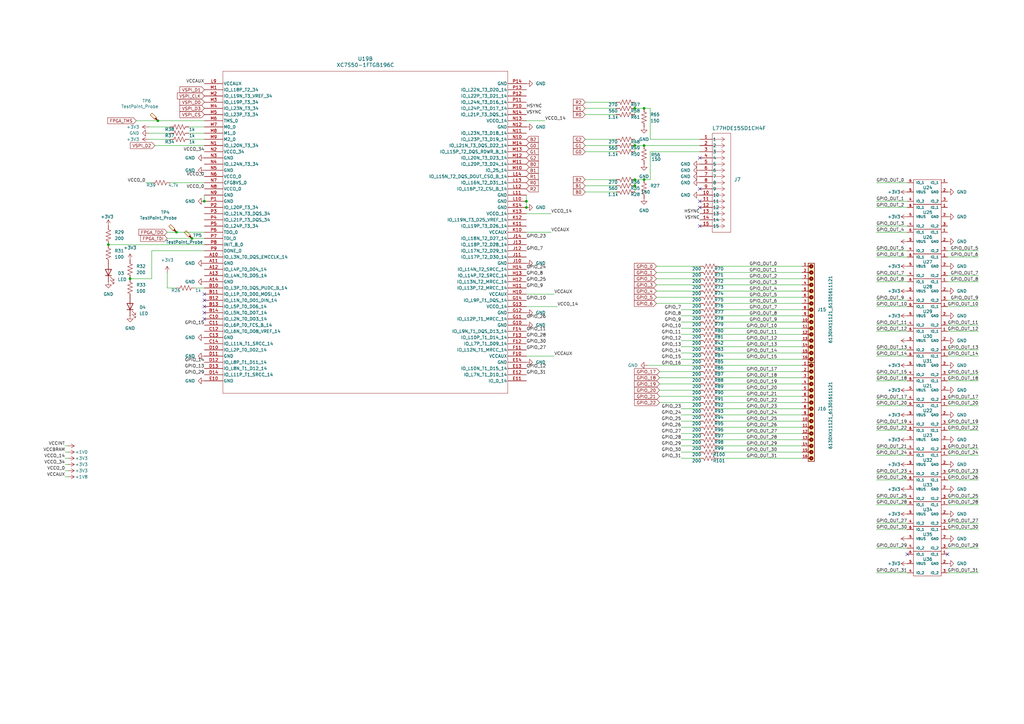
<source format=kicad_sch>
(kicad_sch (version 20250114) (generator "eeschema") (generator_version "9.0")
  (paper "A3")
  (junction (at 215.9 85.09))
  (junction (at 44.45 100.33))
  (junction (at 260.35 73.66))
  (junction (at 72.39 95.25))
  (junction (at 64.77 49.53))
  (junction (at 260.35 44.45))
  (junction (at 215.9 82.55))
  (junction (at 53.34 114.3))
  (junction (at 260.35 59.69))
  (junction (at 78.74 97.79))
  (junction (at 264.16 59.69))
  (junction (at 260.35 76.2))
  (junction (at 264.16 73.66))
  (junction (at 264.16 44.45))
  (junction (at 83.82 82.55))
  (no_connect (at 83.82 120.65))
  (no_connect (at 83.82 130.81))
  (no_connect (at 287.02 77.47))
  (no_connect (at 287.02 64.77))
  (no_connect (at 287.02 85.09))
  (no_connect (at 287.02 82.55))
  (no_connect (at 372.11 227.33))
  (no_connect (at 83.82 123.19))
  (no_connect (at 287.02 92.71))
  (no_connect (at 83.82 125.73))
  (no_connect (at 388.62 227.33))
  (no_connect (at 83.82 128.27))
  (wire (pts (xy 240.03 73.66) (xy 252.73 73.66)))
  (wire (pts (xy 372.11 217.17) (xy 359.41 217.17)))
  (wire (pts (xy 388.62 143.51) (xy 401.32 143.51)))
  (wire (pts (xy 294.64 154.94) (xy 328.93 154.94)))
  (wire (pts (xy 62.23 114.3) (xy 62.23 102.87)))
  (wire (pts (xy 83.82 57.15) (xy 77.47 57.15)))
  (wire (pts (xy 78.74 97.79) (xy 83.82 97.79)))
  (wire (pts (xy 372.11 146.05) (xy 359.41 146.05)))
  (wire (pts (xy 294.64 119.38) (xy 328.93 119.38)))
  (wire (pts (xy 83.82 54.61) (xy 77.47 54.61)))
  (wire (pts (xy 240.03 62.23) (xy 252.73 62.23)))
  (wire (pts (xy 388.62 214.63) (xy 401.32 214.63)))
  (wire (pts (xy 260.35 73.66) (xy 260.35 76.2)))
  (wire (pts (xy 372.11 166.37) (xy 359.41 166.37)))
  (wire (pts (xy 260.35 59.69) (xy 260.35 62.23)))
  (wire (pts (xy 294.64 114.3) (xy 328.93 114.3)))
  (wire (pts (xy 68.58 95.25) (xy 72.39 95.25)))
  (wire (pts (xy 260.35 59.69) (xy 264.16 59.69)))
  (wire (pts (xy 372.11 85.09) (xy 359.41 85.09)))
  (wire (pts (xy 260.35 73.66) (xy 264.16 73.66)))
  (wire (pts (xy 279.4 180.34) (xy 287.02 180.34)))
  (wire (pts (xy 388.62 125.73) (xy 401.32 125.73)))
  (wire (pts (xy 279.4 187.96) (xy 287.02 187.96)))
  (wire (pts (xy 372.11 113.03) (xy 359.41 113.03)))
  (wire (pts (xy 294.64 175.26) (xy 328.93 175.26)))
  (wire (pts (xy 62.23 102.87) (xy 83.82 102.87)))
  (wire (pts (xy 260.35 57.15) (xy 260.35 59.69)))
  (wire (pts (xy 388.62 105.41) (xy 401.32 105.41)))
  (wire (pts (xy 388.62 115.57) (xy 401.32 115.57)))
  (wire (pts (xy 69.85 74.93) (xy 83.82 74.93)))
  (wire (pts (xy 279.4 139.7) (xy 287.02 139.7)))
  (wire (pts (xy 223.52 49.53) (xy 215.9 49.53)))
  (wire (pts (xy 59.69 74.93) (xy 62.23 74.93)))
  (wire (pts (xy 388.62 146.05) (xy 401.32 146.05)))
  (wire (pts (xy 266.7 44.45) (xy 264.16 44.45)))
  (wire (pts (xy 372.11 92.71) (xy 359.41 92.71)))
  (wire (pts (xy 279.4 142.24) (xy 287.02 142.24)))
  (wire (pts (xy 388.62 184.15) (xy 401.32 184.15)))
  (wire (pts (xy 372.11 74.93) (xy 359.41 74.93)))
  (wire (pts (xy 372.11 207.01) (xy 359.41 207.01)))
  (wire (pts (xy 264.16 59.69) (xy 287.02 59.69)))
  (wire (pts (xy 226.06 95.25) (xy 215.9 95.25)))
  (wire (pts (xy 372.11 123.19) (xy 359.41 123.19)))
  (wire (pts (xy 240.03 44.45) (xy 252.73 44.45)))
  (wire (pts (xy 294.64 152.4) (xy 328.93 152.4)))
  (wire (pts (xy 372.11 102.87) (xy 359.41 102.87)))
  (wire (pts (xy 26.67 187.96) (xy 27.94 187.96)))
  (wire (pts (xy 270.51 154.94) (xy 287.02 154.94)))
  (wire (pts (xy 270.51 160.02) (xy 287.02 160.02)))
  (wire (pts (xy 372.11 186.69) (xy 359.41 186.69)))
  (wire (pts (xy 294.64 177.8) (xy 328.93 177.8)))
  (wire (pts (xy 388.62 176.53) (xy 401.32 176.53)))
  (wire (pts (xy 215.9 80.01) (xy 215.9 82.55)))
  (wire (pts (xy 388.62 133.35) (xy 401.32 133.35)))
  (wire (pts (xy 55.88 49.53) (xy 64.77 49.53)))
  (wire (pts (xy 388.62 186.69) (xy 401.32 186.69)))
  (wire (pts (xy 372.11 156.21) (xy 359.41 156.21)))
  (wire (pts (xy 240.03 78.74) (xy 252.73 78.74)))
  (wire (pts (xy 269.24 119.38) (xy 287.02 119.38)))
  (wire (pts (xy 68.58 111.76) (xy 68.58 118.11)))
  (wire (pts (xy 388.62 194.31) (xy 401.32 194.31)))
  (wire (pts (xy 270.51 162.56) (xy 287.02 162.56)))
  (wire (pts (xy 294.64 116.84) (xy 328.93 116.84)))
  (wire (pts (xy 294.64 134.62) (xy 328.93 134.62)))
  (wire (pts (xy 270.51 157.48) (xy 287.02 157.48)))
  (wire (pts (xy 227.33 146.05) (xy 215.9 146.05)))
  (wire (pts (xy 63.5 59.69) (xy 83.82 59.69)))
  (wire (pts (xy 279.4 144.78) (xy 287.02 144.78)))
  (wire (pts (xy 294.64 185.42) (xy 328.93 185.42)))
  (wire (pts (xy 269.24 109.22) (xy 287.02 109.22)))
  (wire (pts (xy 270.51 165.1) (xy 287.02 165.1)))
  (wire (pts (xy 83.82 80.01) (xy 83.82 82.55)))
  (wire (pts (xy 294.64 142.24) (xy 328.93 142.24)))
  (wire (pts (xy 294.64 127) (xy 328.93 127)))
  (wire (pts (xy 294.64 170.18) (xy 328.93 170.18)))
  (wire (pts (xy 287.02 57.15) (xy 266.7 57.15)))
  (wire (pts (xy 270.51 152.4) (xy 287.02 152.4)))
  (wire (pts (xy 294.64 187.96) (xy 328.93 187.96)))
  (wire (pts (xy 294.64 124.46) (xy 328.93 124.46)))
  (wire (pts (xy 372.11 95.25) (xy 359.41 95.25)))
  (wire (pts (xy 69.85 54.61) (xy 60.96 54.61)))
  (wire (pts (xy 269.24 124.46) (xy 287.02 124.46)))
  (wire (pts (xy 388.62 234.95) (xy 401.32 234.95)))
  (wire (pts (xy 279.4 185.42) (xy 287.02 185.42)))
  (wire (pts (xy 294.64 149.86) (xy 328.93 149.86)))
  (wire (pts (xy 80.01 118.11) (xy 83.82 118.11)))
  (wire (pts (xy 269.24 121.92) (xy 287.02 121.92)))
  (wire (pts (xy 279.4 129.54) (xy 287.02 129.54)))
  (wire (pts (xy 388.62 135.89) (xy 401.32 135.89)))
  (wire (pts (xy 26.67 182.88) (xy 27.94 182.88)))
  (wire (pts (xy 294.64 109.22) (xy 328.93 109.22)))
  (wire (pts (xy 294.64 129.54) (xy 328.93 129.54)))
  (wire (pts (xy 260.35 41.91) (xy 260.35 44.45)))
  (wire (pts (xy 388.62 196.85) (xy 401.32 196.85)))
  (wire (pts (xy 269.24 114.3) (xy 287.02 114.3)))
  (wire (pts (xy 372.11 135.89) (xy 359.41 135.89)))
  (wire (pts (xy 372.11 224.79) (xy 359.41 224.79)))
  (wire (pts (xy 372.11 234.95) (xy 359.41 234.95)))
  (wire (pts (xy 26.67 190.5) (xy 27.94 190.5)))
  (wire (pts (xy 372.11 214.63) (xy 359.41 214.63)))
  (wire (pts (xy 26.67 193.04) (xy 27.94 193.04)))
  (wire (pts (xy 388.62 166.37) (xy 401.32 166.37)))
  (wire (pts (xy 372.11 163.83) (xy 359.41 163.83)))
  (wire (pts (xy 294.64 144.78) (xy 328.93 144.78)))
  (wire (pts (xy 372.11 143.51) (xy 359.41 143.51)))
  (wire (pts (xy 83.82 52.07) (xy 77.47 52.07)))
  (wire (pts (xy 260.35 76.2) (xy 260.35 78.74)))
  (wire (pts (xy 294.64 162.56) (xy 328.93 162.56)))
  (wire (pts (xy 294.64 147.32) (xy 328.93 147.32)))
  (wire (pts (xy 226.06 87.63) (xy 215.9 87.63)))
  (wire (pts (xy 240.03 57.15) (xy 252.73 57.15)))
  (wire (pts (xy 279.4 127) (xy 287.02 127)))
  (wire (pts (xy 388.62 224.79) (xy 401.32 224.79)))
  (wire (pts (xy 388.62 173.99) (xy 401.32 173.99)))
  (wire (pts (xy 294.64 167.64) (xy 328.93 167.64)))
  (wire (pts (xy 294.64 160.02) (xy 328.93 160.02)))
  (wire (pts (xy 72.39 95.25) (xy 83.82 95.25)))
  (wire (pts (xy 372.11 204.47) (xy 359.41 204.47)))
  (wire (pts (xy 266.7 62.23) (xy 287.02 62.23)))
  (wire (pts (xy 388.62 153.67) (xy 401.32 153.67)))
  (wire (pts (xy 388.62 156.21) (xy 401.32 156.21)))
  (wire (pts (xy 64.77 49.53) (xy 83.82 49.53)))
  (wire (pts (xy 372.11 173.99) (xy 359.41 173.99)))
  (wire (pts (xy 279.4 177.8) (xy 287.02 177.8)))
  (wire (pts (xy 294.64 137.16) (xy 328.93 137.16)))
  (wire (pts (xy 240.03 41.91) (xy 252.73 41.91)))
  (wire (pts (xy 388.62 102.87) (xy 401.32 102.87)))
  (wire (pts (xy 388.62 207.01) (xy 401.32 207.01)))
  (wire (pts (xy 294.64 180.34) (xy 328.93 180.34)))
  (wire (pts (xy 372.11 105.41) (xy 359.41 105.41)))
  (wire (pts (xy 26.67 195.58) (xy 27.94 195.58)))
  (wire (pts (xy 269.24 111.76) (xy 287.02 111.76)))
  (wire (pts (xy 388.62 163.83) (xy 401.32 163.83)))
  (wire (pts (xy 294.64 157.48) (xy 328.93 157.48)))
  (wire (pts (xy 388.62 113.03) (xy 401.32 113.03)))
  (wire (pts (xy 372.11 176.53) (xy 359.41 176.53)))
  (wire (pts (xy 279.4 175.26) (xy 287.02 175.26)))
  (wire (pts (xy 294.64 139.7) (xy 328.93 139.7)))
  (wire (pts (xy 269.24 116.84) (xy 287.02 116.84)))
  (wire (pts (xy 372.11 125.73) (xy 359.41 125.73)))
  (wire (pts (xy 388.62 123.19) (xy 401.32 123.19)))
  (wire (pts (xy 279.4 172.72) (xy 287.02 172.72)))
  (wire (pts (xy 279.4 134.62) (xy 287.02 134.62)))
  (wire (pts (xy 372.11 82.55) (xy 359.41 82.55)))
  (wire (pts (xy 372.11 184.15) (xy 359.41 184.15)))
  (wire (pts (xy 372.11 153.67) (xy 359.41 153.67)))
  (wire (pts (xy 68.58 97.79) (xy 78.74 97.79)))
  (wire (pts (xy 26.67 185.42) (xy 27.94 185.42)))
  (wire (pts (xy 294.64 172.72) (xy 328.93 172.72)))
  (wire (pts (xy 294.64 132.08) (xy 328.93 132.08)))
  (wire (pts (xy 279.4 170.18) (xy 287.02 170.18)))
  (wire (pts (xy 266.7 57.15) (xy 266.7 44.45)))
  (wire (pts (xy 260.35 44.45) (xy 260.35 46.99)))
  (wire (pts (xy 44.45 100.33) (xy 83.82 100.33)))
  (wire (pts (xy 372.11 133.35) (xy 359.41 133.35)))
  (wire (pts (xy 265.43 149.86) (xy 287.02 149.86)))
  (wire (pts (xy 69.85 52.07) (xy 60.96 52.07)))
  (wire (pts (xy 215.9 82.55) (xy 215.9 85.09)))
  (wire (pts (xy 266.7 62.23) (xy 266.7 73.66)))
  (wire (pts (xy 240.03 46.99) (xy 252.73 46.99)))
  (wire (pts (xy 294.64 165.1) (xy 328.93 165.1)))
  (wire (pts (xy 260.35 44.45) (xy 264.16 44.45)))
  (wire (pts (xy 227.33 120.65) (xy 215.9 120.65)))
  (wire (pts (xy 279.4 182.88) (xy 287.02 182.88)))
  (wire (pts (xy 240.03 59.69) (xy 252.73 59.69)))
  (wire (pts (xy 69.85 57.15) (xy 60.96 57.15)))
  (wire (pts (xy 279.4 137.16) (xy 287.02 137.16)))
  (wire (pts (xy 372.11 194.31) (xy 359.41 194.31)))
  (wire (pts (xy 228.6 125.73) (xy 215.9 125.73)))
  (wire (pts (xy 72.39 118.11) (xy 68.58 118.11)))
  (wire (pts (xy 240.03 76.2) (xy 252.73 76.2)))
  (wire (pts (xy 294.64 111.76) (xy 328.93 111.76)))
  (wire (pts (xy 388.62 204.47) (xy 401.32 204.47)))
  (wire (pts (xy 279.4 167.64) (xy 287.02 167.64)))
  (wire (pts (xy 372.11 115.57) (xy 359.41 115.57)))
  (wire (pts (xy 294.64 121.92) (xy 328.93 121.92)))
  (wire (pts (xy 294.64 182.88) (xy 328.93 182.88)))
  (wire (pts (xy 266.7 73.66) (xy 264.16 73.66)))
  (wire (pts (xy 372.11 196.85) (xy 359.41 196.85)))
  (wire (pts (xy 279.4 132.08) (xy 287.02 132.08)))
  (wire (pts (xy 279.4 147.32) (xy 287.02 147.32)))
  (wire (pts (xy 388.62 217.17) (xy 401.32 217.17)))
  (wire (pts (xy 53.34 114.3) (xy 62.23 114.3)))
  (label "VCCO_0" (at 83.82 77.47 180))
  (label "GPIO_29" (at 83.82 153.67 180))
  (label "VCCO_14" (at 226.06 87.63 0))
  (label "GPIO_26" (at 215.9 130.81 0))
  (label "GPIO_OUT_14" (at 318.77 144.78 180))
  (label "GPIO_OUT_8" (at 318.77 129.54 180))
  (label "GPIO_27" (at 215.9 143.51 0))
  (label "GPIO_OUT_19" (at 401.32 173.99 180))
  (label "GPIO_OUT_25" (at 401.32 204.47 180))
  (label "GPIO_OUT_9" (at 359.41 123.19 0))
  (label "VCCAUX" (at 227.33 146.05 0))
  (label "GPIO_OUT_7" (at 318.77 127 180))
  (label "GPIO_29" (at 279.4 182.88 180))
  (label "GPIO_24" (at 215.9 110.49 0))
  (label "GPIO_OUT_24" (at 401.32 186.69 180))
  (label "GPIO_OUT_25" (at 318.77 172.72 180))
  (label "GPIO_OUT_7" (at 401.32 113.03 180))
  (label "VCCO_34" (at 83.82 62.23 180))
  (label "GPIO_OUT_28" (at 359.41 207.01 0))
  (label "GPIO_9" (at 215.9 118.11 0))
  (label "HSYNC" (at 215.9 44.45 0))
  (label "GPIO_OUT_8" (at 401.32 115.57 180))
  (label "VCCO_0" (at 26.67 193.04 180))
  (label "GPIO_OUT_31" (at 359.41 234.95 0))
  (label "GPIO_OUT_27" (at 401.32 214.63 180))
  (label "GPIO_13" (at 279.4 142.24 180))
  (label "GPIO_OUT_3" (at 359.41 92.71 0))
  (label "GPIO_9" (at 279.4 132.08 180))
  (label "GPIO_OUT_14" (at 401.32 146.05 180))
  (label "GPIO_OUT_27" (at 359.41 214.63 0))
  (label "VCCAUX" (at 83.82 34.29 180))
  (label "GPIO_OUT_30" (at 401.32 217.17 180))
  (label "GPIO_OUT_21" (at 318.77 162.56 180))
  (label "VCCO_14" (at 228.6 125.73 0))
  (label "GPIO_8" (at 215.9 113.03 0))
  (label "GPIO_OUT_29" (at 401.32 224.79 180))
  (label "VCCO_0" (at 83.82 72.39 180))
  (label "GPIO_OUT_0" (at 318.77 109.22 180))
  (label "GPIO_OUT_25" (at 359.41 204.47 0))
  (label "GPIO_OUT_5" (at 401.32 102.87 180))
  (label "GPIO_OUT_1" (at 318.77 111.76 180))
  (label "GPIO_OUT_12" (at 318.77 139.7 180))
  (label "GPIO_OUT_2" (at 318.77 114.3 180))
  (label "GPIO_OUT_12" (at 401.32 135.89 180))
  (label "HSYNC" (at 287.02 87.63 180))
  (label "GPIO_OUT_22" (at 318.77 165.1 180))
  (label "GPIO_OUT_20" (at 318.77 160.02 180))
  (label "GPIO_OUT_26" (at 318.77 175.26 180))
  (label "VCCO_14" (at 223.52 49.53 0))
  (label "GPIO_28" (at 279.4 180.34 180))
  (label "GPIO_OUT_6" (at 359.41 105.41 0))
  (label "GPIO_OUT_24" (at 318.77 170.18 180))
  (label "GPIO_OUT_21" (at 359.41 184.15 0))
  (label "GPIO_OUT_3" (at 318.77 116.84 180))
  (label "GPIO_OUT_5" (at 359.41 102.87 0))
  (label "GPIO_23" (at 215.9 97.79 0))
  (label "GPIO_OUT_28" (at 401.32 207.01 180))
  (label "GPIO_OUT_6" (at 401.32 105.41 180))
  (label "GPIO_11" (at 215.9 135.89 0))
  (label "GPIO_OUT_19" (at 318.77 157.48 180))
  (label "GPIO_OUT_31" (at 318.77 187.96 180))
  (label "GPIO_OUT_13" (at 359.41 143.51 0))
  (label "GPIO_OUT_30" (at 359.41 217.17 0))
  (label "GPIO_11" (at 279.4 137.16 180))
  (label "GPIO_OUT_19" (at 359.41 173.99 0))
  (label "VCCO_0" (at 59.69 74.93 180))
  (label "GPIO_OUT_17" (at 401.32 163.83 180))
  (label "VCCBRAM" (at 26.67 185.42 180))
  (label "GPIO_OUT_5" (at 318.77 121.92 180))
  (label "GPIO_OUT_18" (at 359.41 156.21 0))
  (label "GPIO_24" (at 279.4 170.18 180))
  (label "GPIO_OUT_4" (at 359.41 95.25 0))
  (label "GPIO_7" (at 279.4 127 180))
  (label "GPIO_OUT_27" (at 318.77 177.8 180))
  (label "VCCAUX" (at 227.33 120.65 0))
  (label "GPIO_27" (at 279.4 177.8 180))
  (label "VSYNC" (at 287.02 90.17 180))
  (label "GPIO_OUT_11" (at 318.77 137.16 180))
  (label "GPIO_31" (at 215.9 153.67 0))
  (label "GPIO_14" (at 83.82 148.59 180))
  (label "GPIO_OUT_8" (at 359.41 115.57 0))
  (label "GPIO_OUT_0" (at 359.41 74.93 0))
  (label "GPIO_15" (at 279.4 147.32 180))
  (label "GPIO_OUT_20" (at 401.32 166.37 180))
  (label "GPIO_OUT_1" (at 359.41 82.55 0))
  (label "GPIO_13" (at 83.82 151.13 180))
  (label "GPIO_31" (at 279.4 187.96 180))
  (label "GPIO_OUT_17" (at 359.41 163.83 0))
  (label "GPIO_16" (at 279.4 149.86 180))
  (label "GPIO_OUT_22" (at 359.41 176.53 0))
  (label "GPIO_25" (at 215.9 115.57 0))
  (label "GPIO_OUT_26" (at 359.41 196.85 0))
  (label "GPIO_OUT_13" (at 318.77 142.24 180))
  (label "GPIO_OUT_26" (at 401.32 196.85 180))
  (label "GPIO_OUT_30" (at 318.77 185.42 180))
  (label "GPIO_OUT_22" (at 401.32 176.53 180))
  (label "GPIO_OUT_18" (at 401.32 156.21 180))
  (label "GPIO_OUT_21" (at 401.32 184.15 180))
  (label "GPIO_OUT_29" (at 359.41 224.79 0))
  (label "GPIO_OUT_15" (at 318.77 147.32 180))
  (label "GPIO_10" (at 215.9 123.19 0))
  (label "GPIO_OUT_23" (at 318.77 167.64 180))
  (label "GPIO_OUT_15" (at 359.41 153.67 0))
  (label "GPIO_OUT_10" (at 401.32 125.73 180))
  (label "VCCINT" (at 26.67 182.88 180))
  (label "VCCAUX" (at 226.06 95.25 0))
  (label "GPIO_OUT_28" (at 318.77 180.34 180))
  (label "GPIO_OUT_11" (at 359.41 133.35 0))
  (label "GPIO_25" (at 279.4 172.72 180))
  (label "GPIO_OUT_18" (at 318.77 154.94 180))
  (label "GPIO_OUT_23" (at 401.32 194.31 180))
  (label "GPIO_OUT_2" (at 359.41 85.09 0))
  (label "GPIO_12" (at 215.9 151.13 0))
  (label "GPIO_OUT_17" (at 318.77 152.4 180))
  (label "GPIO_OUT_4" (at 318.77 119.38 180))
  (label "VCCAUX" (at 26.67 195.58 180))
  (label "GPIO_OUT_11" (at 401.32 133.35 180))
  (label "GPIO_30" (at 215.9 140.97 0))
  (label "GPIO_OUT_29" (at 318.77 182.88 180))
  (label "GPIO_OUT_12" (at 359.41 135.89 0))
  (label "VCCO_14" (at 26.67 187.96 180))
  (label "GPIO_7" (at 215.9 102.87 0))
  (label "GPIO_OUT_7" (at 359.41 113.03 0))
  (label "GPIO_OUT_31" (at 401.32 234.95 180))
  (label "GPIO_14" (at 279.4 144.78 180))
  (label "GPIO_OUT_9" (at 318.77 132.08 180))
  (label "GPIO_OUT_13" (at 401.32 143.51 180))
  (label "GPIO_OUT_20" (at 359.41 166.37 0))
  (label "GPIO_OUT_24" (at 359.41 186.69 0))
  (label "GPIO_OUT_14" (at 359.41 146.05 0))
  (label "GPIO_15" (at 83.82 133.35 180))
  (label "VCCO_34" (at 26.67 190.5 180))
  (label "GPIO_28" (at 215.9 138.43 0))
  (label "GPIO_OUT_10" (at 318.77 134.62 180))
  (label "GPIO_26" (at 279.4 175.26 180))
  (label "GPIO_OUT_15" (at 401.32 153.67 180))
  (label "GPIO_30" (at 279.4 185.42 180))
  (label "GPIO_10" (at 279.4 134.62 180))
  (label "GPIO_8" (at 279.4 129.54 180))
  (label "GPIO_OUT_10" (at 359.41 125.73 0))
  (label "GPIO_12" (at 279.4 139.7 180))
  (label "GPIO_OUT_9" (at 401.32 123.19 180))
  (label "VSYNC" (at 215.9 46.99 0))
  (label "GPIO_OUT_6" (at 318.77 124.46 180))
  (label "GPIO_OUT_23" (at 359.41 194.31 0))
  (label "GPIO_23" (at 279.4 167.64 180))
  (global_label "G1" (shape input) (at 240.03 59.69 180) (property "Intersheetrefs" "${INTERSHEET_REFS}" (effects (hide yes))))
  (global_label "R0" (shape input) (at 215.9 74.93 0) (property "Intersheetrefs" "${INTERSHEET_REFS}" (effects (hide yes))))
  (global_label "GPIO_22" (shape input) (at 270.51 165.1 180) (property "Intersheetrefs" "${INTERSHEET_REFS}" (effects (hide yes))))
  (global_label "VSPI_D2" (shape input) (at 63.5 59.69 180) (property "Intersheetrefs" "${INTERSHEET_REFS}" (effects (hide yes))))
  (global_label "GPIO_1" (shape input) (at 269.24 111.76 180) (property "Intersheetrefs" "${INTERSHEET_REFS}" (effects (hide yes))))
  (global_label "R0" (shape input) (at 240.03 46.99 180) (property "Intersheetrefs" "${INTERSHEET_REFS}" (effects (hide yes))))
  (global_label "VSPI_CS" (shape input) (at 83.82 46.99 180) (property "Intersheetrefs" "${INTERSHEET_REFS}" (effects (hide yes))))
  (global_label "GPIO_6" (shape input) (at 269.24 124.46 180) (property "Intersheetrefs" "${INTERSHEET_REFS}" (effects (hide yes))))
  (global_label "GPIO_18" (shape input) (at 270.51 154.94 180) (property "Intersheetrefs" "${INTERSHEET_REFS}" (effects (hide yes))))
  (global_label "GPIO_17" (shape input) (at 270.51 152.4 180) (property "Intersheetrefs" "${INTERSHEET_REFS}" (effects (hide yes))))
  (global_label "G2" (shape input) (at 240.03 57.15 180) (property "Intersheetrefs" "${INTERSHEET_REFS}" (effects (hide yes))))
  (global_label "FPGA_TDO" (shape input) (at 68.58 95.25 180) (property "Intersheetrefs" "${INTERSHEET_REFS}" (effects (hide yes))))
  (global_label "FPGA_TMS" (shape input) (at 55.88 49.53 180) (property "Intersheetrefs" "${INTERSHEET_REFS}" (effects (hide yes))))
  (global_label "B2" (shape input) (at 215.9 57.15 0) (property "Intersheetrefs" "${INTERSHEET_REFS}" (effects (hide yes))))
  (global_label "VSPI_D3" (shape input) (at 83.82 44.45 180) (property "Intersheetrefs" "${INTERSHEET_REFS}" (effects (hide yes))))
  (global_label "GPIO_5" (shape input) (at 269.24 121.92 180) (property "Intersheetrefs" "${INTERSHEET_REFS}" (effects (hide yes))))
  (global_label "GPIO_2" (shape input) (at 269.24 114.3 180) (property "Intersheetrefs" "${INTERSHEET_REFS}" (effects (hide yes))))
  (global_label "GPIO_4" (shape input) (at 269.24 119.38 180) (property "Intersheetrefs" "${INTERSHEET_REFS}" (effects (hide yes))))
  (global_label "R2" (shape input) (at 240.03 41.91 180) (property "Intersheetrefs" "${INTERSHEET_REFS}" (effects (hide yes))))
  (global_label "G0" (shape input) (at 240.03 62.23 180) (property "Intersheetrefs" "${INTERSHEET_REFS}" (effects (hide yes))))
  (global_label "GPIO_3" (shape input) (at 269.24 116.84 180) (property "Intersheetrefs" "${INTERSHEET_REFS}" (effects (hide yes))))
  (global_label "G2" (shape input) (at 215.9 64.77 0) (property "Intersheetrefs" "${INTERSHEET_REFS}" (effects (hide yes))))
  (global_label "B1" (shape input) (at 215.9 69.85 0) (property "Intersheetrefs" "${INTERSHEET_REFS}" (effects (hide yes))))
  (global_label "R1" (shape input) (at 240.03 44.45 180) (property "Intersheetrefs" "${INTERSHEET_REFS}" (effects (hide yes))))
  (global_label "R2" (shape input) (at 215.9 77.47 0) (property "Intersheetrefs" "${INTERSHEET_REFS}" (effects (hide yes))))
  (global_label "GPIO_19" (shape input) (at 270.51 157.48 180) (property "Intersheetrefs" "${INTERSHEET_REFS}" (effects (hide yes))))
  (global_label "GPIO_20" (shape input) (at 270.51 160.02 180) (property "Intersheetrefs" "${INTERSHEET_REFS}" (effects (hide yes))))
  (global_label "G0" (shape input) (at 215.9 59.69 0) (property "Intersheetrefs" "${INTERSHEET_REFS}" (effects (hide yes))))
  (global_label "FPGA_TDI" (shape input) (at 68.58 97.79 180) (property "Intersheetrefs" "${INTERSHEET_REFS}" (effects (hide yes))))
  (global_label "B0" (shape input) (at 240.03 78.74 180) (property "Intersheetrefs" "${INTERSHEET_REFS}" (effects (hide yes))))
  (global_label "B2" (shape input) (at 240.03 73.66 180) (property "Intersheetrefs" "${INTERSHEET_REFS}" (effects (hide yes))))
  (global_label "VSPI_D1" (shape input) (at 83.82 36.83 180) (property "Intersheetrefs" "${INTERSHEET_REFS}" (effects (hide yes))))
  (global_label "GPIO_0" (shape input) (at 269.24 109.22 180) (property "Intersheetrefs" "${INTERSHEET_REFS}" (effects (hide yes))))
  (global_label "B1" (shape input) (at 240.03 76.2 180) (property "Intersheetrefs" "${INTERSHEET_REFS}" (effects (hide yes))))
  (global_label "VSPI_CLK" (shape input) (at 83.82 39.37 180) (property "Intersheetrefs" "${INTERSHEET_REFS}" (effects (hide yes))))
  (global_label "B0" (shape input) (at 215.9 67.31 0) (property "Intersheetrefs" "${INTERSHEET_REFS}" (effects (hide yes))))
  (global_label "R1" (shape input) (at 215.9 72.39 0) (property "Intersheetrefs" "${INTERSHEET_REFS}" (effects (hide yes))))
  (global_label "GPIO_21" (shape input) (at 270.51 162.56 180) (property "Intersheetrefs" "${INTERSHEET_REFS}" (effects (hide yes))))
  (global_label "G1" (shape input) (at 215.9 62.23 0) (property "Intersheetrefs" "${INTERSHEET_REFS}" (effects (hide yes))))
  (global_label "VSPI_D0" (shape input) (at 83.82 41.91 180) (property "Intersheetrefs" "${INTERSHEET_REFS}" (effects (hide yes))))
  (symbol (lib_id "Test:USBLC6-2SC6") (at 386.08 93.98 0) (mirror y) (unit 1)
    (property "Reference" "U26" (at 380.492 97.282 0))
    (property "Value" "USBLC6-2SC6" (effects (hide yes)))
    (property "Footprint" "USB_HUB:SOT95P280X145-6N" (effects (hide yes)))
    (property "Description" "17V Clamp 5A (8/20µs) Ipp Tvs Diode Surface Mount SOT-23-6" (effects (hide yes)))
    (property "DigiKey_Part_Number" "497-5235-1-ND" (effects (hide yes)))
    (property "MF" "STMicroelectronics" (effects (hide yes)))
    (property "PURCHASE-URL" "https://pricing.snapeda.com/search/part/USBLC6-2SC6/?ref=eda" (effects (hide yes)))
    (property "PACKAGE" "SOT-23-6 STMicroelectronics" (effects (hide yes)))
    (property "PRICE" "None" (effects (hide yes)))
    (property "Package" "SOT-23-6 STMicroelectronics" (effects (hide yes)))
    (property "Check_prices" "https://www.snapeda.com/parts/USBLC6-2SC6/STMicroelectronics/view-part/?ref=eda" (effects (hide yes)))
    (property "SnapEDA_Link" "https://www.snapeda.com/parts/USBLC6-2SC6/STMicroelectronics/view-part/?ref=snap" (effects (hide yes)))
    (property "MP" "USBLC6-2SC6" (effects (hide yes)))
    (property "Description_1" "17V Clamp 5A (8/20µs) Ipp Tvs Diode Surface Mount SOT-23-6" (effects (hide yes)))
    (property "AVAILABILITY" "In Stock" (effects (hide yes)))
  )
  (symbol (lib_id "power:+1V8") (at 27.94 195.58 270) (unit 1)
    (property "Reference" "#PWR0188" (effects (hide yes)))
    (property "Value" "+1V8" (at 30.734 195.58 90) (effects (justify left)))
    (property "Description" "Power symbol creates a global label with name \"+1V8\"" (effects (hide yes)))
  )
  (symbol (lib_id "Device:R_US") (at 290.83 134.62 90) (mirror x) (unit 1)
    (property "Reference" "R80" (at 294.894 135.636 90))
    (property "Value" "200" (at 285.75 135.636 90))
    (property "Footprint" "Resistor_SMD:R_0402_1005Metric" (effects (hide yes)))
    (property "Description" "Resistor, US symbol" (effects (hide yes)))
  )
  (symbol (lib_id "power:GND") (at 215.9 107.95 90) (unit 1)
    (property "Reference" "#PWR0205" (effects (hide yes)))
    (property "Value" "GND" (at 219.71 107.9499 90) (effects (justify right)))
    (property "Description" "Power symbol creates a global label with name \"GND\" , ground" (effects (hide yes)))
  )
  (symbol (lib_id "Device:R_US") (at 76.2 118.11 270) (unit 1)
    (property "Reference" "R26" (at 72.136 119.126 90))
    (property "Value" "1k" (at 81.28 119.126 90))
    (property "Footprint" "Resistor_SMD:R_0402_1005Metric" (effects (hide yes)))
    (property "Description" "Resistor, US symbol" (effects (hide yes)))
  )
  (symbol (lib_id "Device:R_US") (at 290.83 170.18 90) (mirror x) (unit 1)
    (property "Reference" "R94" (at 294.894 171.196 90))
    (property "Value" "200" (at 285.75 171.196 90))
    (property "Footprint" "Resistor_SMD:R_0402_1005Metric" (effects (hide yes)))
    (property "Description" "Resistor, US symbol" (effects (hide yes)))
  )
  (symbol (lib_id "power:GND") (at 215.9 52.07 90) (unit 1)
    (property "Reference" "#PWR0207" (effects (hide yes)))
    (property "Value" "GND" (at 219.71 52.0699 90) (effects (justify right)))
    (property "Description" "Power symbol creates a global label with name \"GND\" , ground" (effects (hide yes)))
  )
  (symbol (lib_id "power:+3V3") (at 372.11 109.22 90) (unit 1)
    (property "Reference" "#PWR054" (effects (hide yes)))
    (property "Value" "+3V3" (at 369.316 109.22 90) (effects (justify left)))
    (property "Description" "Power symbol creates a global label with name \"+3V3\"" (effects (hide yes)))
  )
  (symbol (lib_id "Device:R_US") (at 290.83 139.7 90) (mirror x) (unit 1)
    (property "Reference" "R42" (at 294.894 140.716 90))
    (property "Value" "200" (at 285.75 140.716 90))
    (property "Footprint" "Resistor_SMD:R_0402_1005Metric" (effects (hide yes)))
    (property "Description" "Resistor, US symbol" (effects (hide yes)))
  )
  (symbol (lib_id "Device:R_US") (at 256.54 46.99 90) (mirror x) (unit 1)
    (property "Reference" "R61" (at 260.604 48.006 90))
    (property "Value" "1.1k" (at 251.46 48.006 90))
    (property "Footprint" "Resistor_SMD:R_0402_1005Metric" (effects (hide yes)))
    (property "Description" "Resistor, US symbol" (effects (hide yes)))
  )
  (symbol (lib_id "power:GND") (at 388.62 180.34 90) (unit 1)
    (property "Reference" "#PWR0127" (effects (hide yes)))
    (property "Value" "GND" (at 392.43 180.3399 90) (effects (justify right)))
    (property "Description" "Power symbol creates a global label with name \"GND\" , ground" (effects (hide yes)))
  )
  (symbol (lib_id "Device:R_US") (at 290.83 109.22 90) (mirror x) (unit 1)
    (property "Reference" "R70" (at 294.894 110.236 90))
    (property "Value" "200" (at 285.75 110.236 90))
    (property "Footprint" "Resistor_SMD:R_0402_1005Metric" (effects (hide yes)))
    (property "Description" "Resistor, US symbol" (effects (hide yes)))
  )
  (symbol (lib_id "Test:USBLC6-2SC6") (at 386.08 215.9 0) (mirror y) (unit 1)
    (property "Reference" "U35" (at 380.492 219.202 0))
    (property "Value" "USBLC6-2SC6" (effects (hide yes)))
    (property "Footprint" "USB_HUB:SOT95P280X145-6N" (effects (hide yes)))
    (property "Description" "17V Clamp 5A (8/20µs) Ipp Tvs Diode Surface Mount SOT-23-6" (effects (hide yes)))
    (property "DigiKey_Part_Number" "497-5235-1-ND" (effects (hide yes)))
    (property "MF" "STMicroelectronics" (effects (hide yes)))
    (property "PURCHASE-URL" "https://pricing.snapeda.com/search/part/USBLC6-2SC6/?ref=eda" (effects (hide yes)))
    (property "PACKAGE" "SOT-23-6 STMicroelectronics" (effects (hide yes)))
    (property "PRICE" "None" (effects (hide yes)))
    (property "Package" "SOT-23-6 STMicroelectronics" (effects (hide yes)))
    (property "Check_prices" "https://www.snapeda.com/parts/USBLC6-2SC6/STMicroelectronics/view-part/?ref=eda" (effects (hide yes)))
    (property "SnapEDA_Link" "https://www.snapeda.com/parts/USBLC6-2SC6/STMicroelectronics/view-part/?ref=snap" (effects (hide yes)))
    (property "MP" "USBLC6-2SC6" (effects (hide yes)))
    (property "Description_1" "17V Clamp 5A (8/20µs) Ipp Tvs Diode Surface Mount SOT-23-6" (effects (hide yes)))
    (property "AVAILABILITY" "In Stock" (effects (hide yes)))
  )
  (symbol (lib_id "power:GND") (at 83.82 107.95 270) (unit 1)
    (property "Reference" "#PWR0197" (effects (hide yes)))
    (property "Value" "GND" (at 80.01 107.9499 90) (effects (justify right)))
    (property "Description" "Power symbol creates a global label with name \"GND\" , ground" (effects (hide yes)))
  )
  (symbol (lib_id "Test:USBLC6-2SC6") (at 386.08 205.74 0) (mirror y) (unit 1)
    (property "Reference" "U34" (at 380.492 209.042 0))
    (property "Value" "USBLC6-2SC6" (effects (hide yes)))
    (property "Footprint" "USB_HUB:SOT95P280X145-6N" (effects (hide yes)))
    (property "Description" "17V Clamp 5A (8/20µs) Ipp Tvs Diode Surface Mount SOT-23-6" (effects (hide yes)))
    (property "DigiKey_Part_Number" "497-5235-1-ND" (effects (hide yes)))
    (property "MF" "STMicroelectronics" (effects (hide yes)))
    (property "PURCHASE-URL" "https://pricing.snapeda.com/search/part/USBLC6-2SC6/?ref=eda" (effects (hide yes)))
    (property "PACKAGE" "SOT-23-6 STMicroelectronics" (effects (hide yes)))
    (property "PRICE" "None" (effects (hide yes)))
    (property "Package" "SOT-23-6 STMicroelectronics" (effects (hide yes)))
    (property "Check_prices" "https://www.snapeda.com/parts/USBLC6-2SC6/STMicroelectronics/view-part/?ref=eda" (effects (hide yes)))
    (property "SnapEDA_Link" "https://www.snapeda.com/parts/USBLC6-2SC6/STMicroelectronics/view-part/?ref=snap" (effects (hide yes)))
    (property "MP" "USBLC6-2SC6" (effects (hide yes)))
    (property "Description_1" "17V Clamp 5A (8/20µs) Ipp Tvs Diode Surface Mount SOT-23-6" (effects (hide yes)))
    (property "AVAILABILITY" "In Stock" (effects (hide yes)))
  )
  (symbol (lib_id "Connector:TestPoint_Probe") (at 72.39 95.25 0) (mirror y) (unit 1)
    (property "Reference" "TP4" (at 69.596 87.122 0) (effects (justify left)))
    (property "Value" "TestPoint_Probe" (at 72.644 89.408 0) (effects (justify left)))
    (property "Footprint" "TestPoint:TestPoint_Pad_D1.0mm" (effects (hide yes)))
    (property "Description" "test point (alternative probe-style design)" (effects (hide yes)))
  )
  (symbol (lib_id "Device:R_US") (at 256.54 78.74 90) (mirror x) (unit 1)
    (property "Reference" "R28" (at 260.604 79.756 90))
    (property "Value" "1.1k" (at 251.46 79.756 90))
    (property "Footprint" "Resistor_SMD:R_0402_1005Metric" (effects (hide yes)))
    (property "Description" "Resistor, US symbol" (effects (hide yes)))
  )
  (symbol (lib_id "power:GND") (at 264.16 67.31 0) (unit 1)
    (property "Reference" "#PWR028" (effects (hide yes)))
    (property "Value" "GND" (at 264.16 72.39 0))
    (property "Description" "Power symbol creates a global label with name \"GND\" , ground" (effects (hide yes)))
  )
  (symbol (lib_id "power:GND") (at 287.02 74.93 270) (unit 1)
    (property "Reference" "#PWR025" (effects (hide yes)))
    (property "Value" "GND" (at 283.21 74.9299 90) (effects (justify right)))
    (property "Description" "Power symbol creates a global label with name \"GND\" , ground" (effects (hide yes)))
  )
  (symbol (lib_id "power:GND") (at 264.16 81.28 0) (unit 1)
    (property "Reference" "#PWR027" (effects (hide yes)))
    (property "Value" "GND" (at 264.16 86.36 0))
    (property "Description" "Power symbol creates a global label with name \"GND\" , ground" (effects (hide yes)))
  )
  (symbol (lib_id "Test:USBLC6-2SC6") (at 386.08 104.14 0) (mirror y) (unit 1)
    (property "Reference" "U27" (at 380.492 107.442 0))
    (property "Value" "USBLC6-2SC6" (effects (hide yes)))
    (property "Footprint" "USB_HUB:SOT95P280X145-6N" (effects (hide yes)))
    (property "Description" "17V Clamp 5A (8/20µs) Ipp Tvs Diode Surface Mount SOT-23-6" (effects (hide yes)))
    (property "DigiKey_Part_Number" "497-5235-1-ND" (effects (hide yes)))
    (property "MF" "STMicroelectronics" (effects (hide yes)))
    (property "PURCHASE-URL" "https://pricing.snapeda.com/search/part/USBLC6-2SC6/?ref=eda" (effects (hide yes)))
    (property "PACKAGE" "SOT-23-6 STMicroelectronics" (effects (hide yes)))
    (property "PRICE" "None" (effects (hide yes)))
    (property "Package" "SOT-23-6 STMicroelectronics" (effects (hide yes)))
    (property "Check_prices" "https://www.snapeda.com/parts/USBLC6-2SC6/STMicroelectronics/view-part/?ref=eda" (effects (hide yes)))
    (property "SnapEDA_Link" "https://www.snapeda.com/parts/USBLC6-2SC6/STMicroelectronics/view-part/?ref=snap" (effects (hide yes)))
    (property "MP" "USBLC6-2SC6" (effects (hide yes)))
    (property "Description_1" "17V Clamp 5A (8/20µs) Ipp Tvs Diode Surface Mount SOT-23-6" (effects (hide yes)))
    (property "AVAILABILITY" "In Stock" (effects (hide yes)))
  )
  (symbol (lib_id "Device:R_US") (at 66.04 74.93 270) (unit 1)
    (property "Reference" "R39" (at 61.976 75.946 90))
    (property "Value" "4.7k" (at 71.12 75.946 90))
    (property "Footprint" "Resistor_SMD:R_0402_1005Metric" (effects (hide yes)))
    (property "Description" "Resistor, US symbol" (effects (hide yes)))
  )
  (symbol (lib_id "Test:USBLC6-2SC6") (at 386.08 154.94 0) (mirror y) (unit 1)
    (property "Reference" "U21" (at 380.492 158.242 0))
    (property "Value" "USBLC6-2SC6" (effects (hide yes)))
    (property "Footprint" "USB_HUB:SOT95P280X145-6N" (effects (hide yes)))
    (property "Description" "17V Clamp 5A (8/20µs) Ipp Tvs Diode Surface Mount SOT-23-6" (effects (hide yes)))
    (property "DigiKey_Part_Number" "497-5235-1-ND" (effects (hide yes)))
    (property "MF" "STMicroelectronics" (effects (hide yes)))
    (property "PURCHASE-URL" "https://pricing.snapeda.com/search/part/USBLC6-2SC6/?ref=eda" (effects (hide yes)))
    (property "PACKAGE" "SOT-23-6 STMicroelectronics" (effects (hide yes)))
    (property "PRICE" "None" (effects (hide yes)))
    (property "Package" "SOT-23-6 STMicroelectronics" (effects (hide yes)))
    (property "Check_prices" "https://www.snapeda.com/parts/USBLC6-2SC6/STMicroelectronics/view-part/?ref=eda" (effects (hide yes)))
    (property "SnapEDA_Link" "https://www.snapeda.com/parts/USBLC6-2SC6/STMicroelectronics/view-part/?ref=snap" (effects (hide yes)))
    (property "MP" "USBLC6-2SC6" (effects (hide yes)))
    (property "Description_1" "17V Clamp 5A (8/20µs) Ipp Tvs Diode Surface Mount SOT-23-6" (effects (hide yes)))
    (property "AVAILABILITY" "In Stock" (effects (hide yes)))
  )
  (symbol (lib_id "Device:R_US") (at 290.83 147.32 90) (mirror x) (unit 1)
    (property "Reference" "R85" (at 294.894 148.336 90))
    (property "Value" "200" (at 285.75 148.336 90))
    (property "Footprint" "Resistor_SMD:R_0402_1005Metric" (effects (hide yes)))
    (property "Description" "Resistor, US symbol" (effects (hide yes)))
  )
  (symbol (lib_id "power:+3V3") (at 372.11 170.18 90) (unit 1)
    (property "Reference" "#PWR045" (effects (hide yes)))
    (property "Value" "+3V3" (at 369.316 170.18 90) (effects (justify left)))
    (property "Description" "Power symbol creates a global label with name \"+3V3\"" (effects (hide yes)))
  )
  (symbol (lib_id "power:GND") (at 388.62 149.86 90) (unit 1)
    (property "Reference" "#PWR066" (effects (hide yes)))
    (property "Value" "GND" (at 392.43 149.8599 90) (effects (justify right)))
    (property "Description" "Power symbol creates a global label with name \"GND\" , ground" (effects (hide yes)))
  )
  (symbol (lib_id "Device:R_US") (at 256.54 76.2 90) (mirror x) (unit 1)
    (property "Reference" "R35" (at 260.604 77.216 90))
    (property "Value" "560" (at 251.46 77.216 90))
    (property "Footprint" "Resistor_SMD:R_0402_1005Metric" (effects (hide yes)))
    (property "Description" "Resistor, US symbol" (effects (hide yes)))
  )
  (symbol (lib_id "power:GND") (at 215.9 34.29 90) (unit 1)
    (property "Reference" "#PWR0208" (effects (hide yes)))
    (property "Value" "GND" (at 219.71 34.2899 90) (effects (justify right)))
    (property "Description" "Power symbol creates a global label with name \"GND\" , ground" (effects (hide yes)))
  )
  (symbol (lib_id "power:GND") (at 83.82 82.55 270) (unit 1)
    (property "Reference" "#PWR0194" (effects (hide yes)))
    (property "Value" "GND" (at 80.01 82.5499 90) (effects (justify right)))
    (property "Description" "Power symbol creates a global label with name \"GND\" , ground" (effects (hide yes)))
  )
  (symbol (lib_id "power:GND") (at 388.62 139.7 90) (unit 1)
    (property "Reference" "#PWR065" (effects (hide yes)))
    (property "Value" "GND" (at 392.43 139.6999 90) (effects (justify right)))
    (property "Description" "Power symbol creates a global label with name \"GND\" , ground" (effects (hide yes)))
  )
  (symbol (lib_id "Connector:TestPoint_Probe") (at 64.77 49.53 0) (mirror y) (unit 1)
    (property "Reference" "TP6" (at 61.976 41.402 0) (effects (justify left)))
    (property "Value" "TestPoint_Probe" (at 65.024 43.688 0) (effects (justify left)))
    (property "Footprint" "TestPoint:TestPoint_Pad_D1.0mm" (effects (hide yes)))
    (property "Description" "test point (alternative probe-style design)" (effects (hide yes)))
  )
  (symbol (lib_id "Device:R_US") (at 53.34 118.11 0) (unit 1)
    (property "Reference" "R33" (at 55.88 116.8399 0) (effects (justify left)))
    (property "Value" "100" (at 55.88 119.3799 0) (effects (justify left)))
    (property "Footprint" "Resistor_SMD:R_0603_1608Metric" (effects (hide yes)))
    (property "Description" "Resistor, US symbol" (effects (hide yes)))
  )
  (symbol (lib_id "power:GND") (at 388.62 170.18 90) (unit 1)
    (property "Reference" "#PWR099" (effects (hide yes)))
    (property "Value" "GND" (at 392.43 170.1799 90) (effects (justify right)))
    (property "Description" "Power symbol creates a global label with name \"GND\" , ground" (effects (hide yes)))
  )
  (symbol (lib_id "Device:R_US") (at 290.83 182.88 90) (mirror x) (unit 1)
    (property "Reference" "R99" (at 294.894 183.896 90))
    (property "Value" "200" (at 285.75 183.896 90))
    (property "Footprint" "Resistor_SMD:R_0402_1005Metric" (effects (hide yes)))
    (property "Description" "Resistor, US symbol" (effects (hide yes)))
  )
  (symbol (lib_id "power:+3V3") (at 372.11 139.7 90) (unit 1)
    (property "Reference" "#PWR057" (effects (hide yes)))
    (property "Value" "+3V3" (effects (hide yes)))
    (property "Description" "Power symbol creates a global label with name \"+3V3\"" (effects (hide yes)))
  )
  (symbol (lib_id "Device:R_US") (at 290.83 187.96 90) (mirror x) (unit 1)
    (property "Reference" "R101" (at 294.894 188.976 90))
    (property "Value" "200" (at 285.75 188.976 90))
    (property "Footprint" "Resistor_SMD:R_0402_1005Metric" (effects (hide yes)))
    (property "Description" "Resistor, US symbol" (effects (hide yes)))
  )
  (symbol (lib_id "power:+3V3") (at 372.11 200.66 90) (unit 1)
    (property "Reference" "#PWR059" (effects (hide yes)))
    (property "Value" "+3V3" (at 369.316 200.66 90) (effects (justify left)))
    (property "Description" "Power symbol creates a global label with name \"+3V3\"" (effects (hide yes)))
  )
  (symbol (lib_id "Device:R_US") (at 256.54 41.91 90) (mirror x) (unit 1)
    (property "Reference" "R57" (at 260.604 42.926 90))
    (property "Value" "270" (at 251.46 42.926 90))
    (property "Footprint" "Resistor_SMD:R_0402_1005Metric" (effects (hide yes)))
    (property "Description" "Resistor, US symbol" (effects (hide yes)))
  )
  (symbol (lib_id "FPGA_Interface:L77HDE15SD1CH4F") (at 287.02 57.15 0) (unit 1)
    (property "Reference" "J7" (at 300.99 73.6599 0) (effects (font (size 1.524 1.524)) (justify left)))
    (property "Value" "L77HDE15SD1CH4F" (at 292.1 52.578 0) (effects (font (size 1.524 1.524)) (justify left)))
    (property "Footprint" "FPGA_Interface:CONN_L77HDE15SD1CH4F_AMP" (effects (hide yes)))
    (property "Datasheet" "L77HDE15SD1CH4F" (effects (hide yes)))
  )
  (symbol (lib_id "Device:LED") (at 44.45 111.76 90) (unit 1)
    (property "Reference" "D3" (at 48.26 112.0774 90) (effects (justify right)))
    (property "Value" "LED" (at 48.26 114.6174 90) (effects (justify right)))
    (property "Footprint" "Diode_SMD:D_0603_1608Metric" (effects (hide yes)))
    (property "Description" "Light emitting diode" (effects (hide yes)))
    (property "Sim.Pins" "1=K 2=A" (effects (hide yes)))
  )
  (symbol (lib_id "power:GND") (at 287.02 80.01 270) (unit 1)
    (property "Reference" "#PWR022" (effects (hide yes)))
    (property "Value" "GND" (at 283.21 80.0099 90) (effects (justify right)))
    (property "Description" "Power symbol creates a global label with name \"GND\" , ground" (effects (hide yes)))
  )
  (symbol (lib_id "power:GND") (at 388.62 231.14 90) (unit 1)
    (property "Reference" "#PWR0169" (effects (hide yes)))
    (property "Value" "GND" (at 392.43 231.1399 90) (effects (justify right)))
    (property "Description" "Power symbol creates a global label with name \"GND\" , ground" (effects (hide yes)))
  )
  (symbol (lib_id "Device:R_US") (at 256.54 62.23 90) (mirror x) (unit 1)
    (property "Reference" "R50" (at 260.604 63.246 90))
    (property "Value" "1.1k" (at 251.46 63.246 90))
    (property "Footprint" "Resistor_SMD:R_0402_1005Metric" (effects (hide yes)))
    (property "Description" "Resistor, US symbol" (effects (hide yes)))
  )
  (symbol (lib_id "power:GND") (at 388.62 119.38 90) (unit 1)
    (property "Reference" "#PWR063" (effects (hide yes)))
    (property "Value" "GND" (at 392.43 119.3799 90) (effects (justify right)))
    (property "Description" "Power symbol creates a global label with name \"GND\" , ground" (effects (hide yes)))
  )
  (symbol (lib_id "Device:R_US") (at 73.66 54.61 270) (unit 1)
    (property "Reference" "R37" (at 69.596 55.626 90))
    (property "Value" "1k" (at 78.74 55.626 90))
    (property "Footprint" "Resistor_SMD:R_0402_1005Metric" (effects (hide yes)))
    (property "Description" "Resistor, US symbol" (effects (hide yes)))
  )
  (symbol (lib_id "power:GND") (at 83.82 69.85 270) (unit 1)
    (property "Reference" "#PWR0195" (effects (hide yes)))
    (property "Value" "GND" (at 80.01 69.8499 90) (effects (justify right)))
    (property "Description" "Power symbol creates a global label with name \"GND\" , ground" (effects (hide yes)))
  )
  (symbol (lib_id "power:+3V3") (at 68.58 111.76 0) (unit 1)
    (property "Reference" "#PWR021" (effects (hide yes)))
    (property "Value" "+3V3" (at 68.58 106.68 0))
    (property "Description" "Power symbol creates a global label with name \"+3V3\"" (effects (hide yes)))
  )
  (symbol (lib_id "Device:R_US") (at 290.83 142.24 90) (mirror x) (unit 1)
    (property "Reference" "R83" (at 294.894 143.256 90))
    (property "Value" "200" (at 285.75 143.256 90))
    (property "Footprint" "Resistor_SMD:R_0402_1005Metric" (effects (hide yes)))
    (property "Description" "Resistor, US symbol" (effects (hide yes)))
  )
  (symbol (lib_id "power:GND") (at 388.62 129.54 90) (unit 1)
    (property "Reference" "#PWR064" (effects (hide yes)))
    (property "Value" "GND" (at 392.43 129.5399 90) (effects (justify right)))
    (property "Description" "Power symbol creates a global label with name \"GND\" , ground" (effects (hide yes)))
  )
  (symbol (lib_id "Device:R_US") (at 290.83 160.02 90) (mirror x) (unit 1)
    (property "Reference" "R90" (at 294.894 161.036 90))
    (property "Value" "200" (at 285.75 161.036 90))
    (property "Footprint" "Resistor_SMD:R_0402_1005Metric" (effects (hide yes)))
    (property "Description" "Resistor, US symbol" (effects (hide yes)))
  )
  (symbol (lib_id "power:+1V0") (at 27.94 185.42 270) (unit 1)
    (property "Reference" "#PWR0180" (effects (hide yes)))
    (property "Value" "+1V0" (at 30.734 185.42 90) (effects (justify left)))
    (property "Description" "Power symbol creates a global label with name \"+1V0\"" (effects (hide yes)))
  )
  (symbol (lib_id "power:GND") (at 83.82 115.57 270) (unit 1)
    (property "Reference" "#PWR0198" (effects (hide yes)))
    (property "Value" "GND" (at 80.01 115.5699 90) (effects (justify right)))
    (property "Description" "Power symbol creates a global label with name \"GND\" , ground" (effects (hide yes)))
  )
  (symbol (lib_id "power:GND") (at 215.9 148.59 90) (unit 1)
    (property "Reference" "#PWR0202" (effects (hide yes)))
    (property "Value" "GND" (at 219.71 148.5899 90) (effects (justify right)))
    (property "Description" "Power symbol creates a global label with name \"GND\" , ground" (effects (hide yes)))
  )
  (symbol (lib_id "power:GND") (at 388.62 220.98 90) (unit 1)
    (property "Reference" "#PWR0168" (effects (hide yes)))
    (property "Value" "GND" (at 392.43 220.9799 90) (effects (justify right)))
    (property "Description" "Power symbol creates a global label with name \"GND\" , ground" (effects (hide yes)))
  )
  (symbol (lib_id "Device:R_US") (at 290.83 111.76 90) (mirror x) (unit 1)
    (property "Reference" "R71" (at 294.894 112.776 90))
    (property "Value" "200" (at 285.75 112.776 90))
    (property "Footprint" "Resistor_SMD:R_0402_1005Metric" (effects (hide yes)))
    (property "Description" "Resistor, US symbol" (effects (hide yes)))
  )
  (symbol (lib_id "Device:R_US") (at 290.83 157.48 90) (mirror x) (unit 1)
    (property "Reference" "R89" (at 294.894 158.496 90))
    (property "Value" "200" (at 285.75 158.496 90))
    (property "Footprint" "Resistor_SMD:R_0402_1005Metric" (effects (hide yes)))
    (property "Description" "Resistor, US symbol" (effects (hide yes)))
  )
  (symbol (lib_id "Device:R_US") (at 256.54 57.15 90) (mirror x) (unit 1)
    (property "Reference" "R48" (at 260.604 58.166 90))
    (property "Value" "270" (at 251.46 58.166 90))
    (property "Footprint" "Resistor_SMD:R_0402_1005Metric" (effects (hide yes)))
    (property "Description" "Resistor, US symbol" (effects (hide yes)))
  )
  (symbol (lib_id "power:GND") (at 388.62 210.82 90) (unit 1)
    (property "Reference" "#PWR0167" (effects (hide yes)))
    (property "Value" "GND" (at 392.43 210.8199 90) (effects (justify right)))
    (property "Description" "Power symbol creates a global label with name \"GND\" , ground" (effects (hide yes)))
  )
  (symbol (lib_id "Device:R_US") (at 290.83 177.8 90) (mirror x) (unit 1)
    (property "Reference" "R97" (at 294.894 178.816 90))
    (property "Value" "200" (at 285.75 178.816 90))
    (property "Footprint" "Resistor_SMD:R_0402_1005Metric" (effects (hide yes)))
    (property "Description" "Resistor, US symbol" (effects (hide yes)))
  )
  (symbol (lib_id "Device:LED") (at 53.34 125.73 90) (unit 1)
    (property "Reference" "D4" (at 57.15 126.0474 90) (effects (justify right)))
    (property "Value" "LED" (at 57.15 128.5874 90) (effects (justify right)))
    (property "Footprint" "Diode_SMD:D_0603_1608Metric" (effects (hide yes)))
    (property "Description" "Light emitting diode" (effects (hide yes)))
    (property "Sim.Pins" "1=K 2=A" (effects (hide yes)))
  )
  (symbol (lib_id "Device:R_US") (at 290.83 127 90) (mirror x) (unit 1)
    (property "Reference" "R77" (at 294.894 128.016 90))
    (property "Value" "200" (at 285.75 128.016 90))
    (property "Footprint" "Resistor_SMD:R_0402_1005Metric" (effects (hide yes)))
    (property "Description" "Resistor, US symbol" (effects (hide yes)))
  )
  (symbol (lib_id "Device:R_US") (at 290.83 114.3 90) (mirror x) (unit 1)
    (property "Reference" "R72" (at 294.894 115.316 90))
    (property "Value" "200" (at 285.75 115.316 90))
    (property "Footprint" "Resistor_SMD:R_0402_1005Metric" (effects (hide yes)))
    (property "Description" "Resistor, US symbol" (effects (hide yes)))
  )
  (symbol (lib_id "power:GND") (at 287.02 67.31 270) (unit 1)
    (property "Reference" "#PWR026" (effects (hide yes)))
    (property "Value" "GND" (at 283.21 67.3099 90) (effects (justify right)))
    (property "Description" "Power symbol creates a global label with name \"GND\" , ground" (effects (hide yes)))
  )
  (symbol (lib_id "FPGA_Interface:6130XX11121_61301611121") (at 334.01 127 270) (unit 1)
    (property "Reference" "J15" (at 335.28 126.9999 90) (effects (justify left)))
    (property "Value" "6130XX11121_61301611121" (at 340.614 113.03 0) (effects (justify left)))
    (property "Footprint" "FPGA_Interface:61301611121" (effects (hide yes)))
  )
  (symbol (lib_id "Device:R_US") (at 290.83 132.08 90) (mirror x) (unit 1)
    (property "Reference" "R79" (at 294.894 133.096 90))
    (property "Value" "200" (at 285.75 133.096 90))
    (property "Footprint" "Resistor_SMD:R_0402_1005Metric" (effects (hide yes)))
    (property "Description" "Resistor, US symbol" (effects (hide yes)))
  )
  (symbol (lib_id "power:GND") (at 388.62 109.22 90) (unit 1)
    (property "Reference" "#PWR062" (effects (hide yes)))
    (property "Value" "GND" (at 392.43 109.2199 90) (effects (justify right)))
    (property "Description" "Power symbol creates a global label with name \"GND\" , ground" (effects (hide yes)))
  )
  (symbol (lib_id "power:+3V3") (at 372.11 149.86 90) (unit 1)
    (property "Reference" "#PWR058" (effects (hide yes)))
    (property "Value" "+3V3" (at 369.316 149.86 90) (effects (justify left)))
    (property "Description" "Power symbol creates a global label with name \"+3V3\"" (effects (hide yes)))
  )
  (symbol (lib_id "FPGA_Interface:6130XX11121_61301611121") (at 334.01 167.64 270) (unit 1)
    (property "Reference" "J16" (at 335.28 167.6399 90) (effects (justify left)))
    (property "Value" "6130XX11121_61301611121" (at 340.614 156.464 0) (effects (justify left)))
    (property "Footprint" "FPGA_Interface:61301611121" (effects (hide yes)))
  )
  (symbol (lib_id "Device:R_US") (at 256.54 73.66 90) (mirror x) (unit 1)
    (property "Reference" "R36" (at 260.604 74.676 90))
    (property "Value" "270" (at 251.46 74.676 90))
    (property "Footprint" "Resistor_SMD:R_0402_1005Metric" (effects (hide yes)))
    (property "Description" "Resistor, US symbol" (effects (hide yes)))
  )
  (symbol (lib_id "power:GND") (at 83.82 64.77 270) (unit 1)
    (property "Reference" "#PWR0196" (effects (hide yes)))
    (property "Value" "GND" (at 80.01 64.7699 90) (effects (justify right)))
    (property "Description" "Power symbol creates a global label with name \"GND\" , ground" (effects (hide yes)))
  )
  (symbol (lib_id "power:GND") (at 287.02 72.39 270) (unit 1)
    (property "Reference" "#PWR024" (effects (hide yes)))
    (property "Value" "GND" (at 283.21 72.3899 90) (effects (justify right)))
    (property "Description" "Power symbol creates a global label with name \"GND\" , ground" (effects (hide yes)))
  )
  (symbol (lib_id "power:GND") (at 83.82 138.43 270) (unit 1)
    (property "Reference" "#PWR0199" (effects (hide yes)))
    (property "Value" "GND" (at 80.01 138.4299 90) (effects (justify right)))
    (property "Description" "Power symbol creates a global label with name \"GND\" , ground" (effects (hide yes)))
  )
  (symbol (lib_id "Device:R_US") (at 290.83 154.94 90) (mirror x) (unit 1)
    (property "Reference" "R88" (at 294.894 155.956 90))
    (property "Value" "200" (at 285.75 155.956 90))
    (property "Footprint" "Resistor_SMD:R_0402_1005Metric" (effects (hide yes)))
    (property "Description" "Resistor, US symbol" (effects (hide yes)))
  )
  (symbol (lib_id "power:GND") (at 388.62 88.9 90) (unit 1)
    (property "Reference" "#PWR052" (effects (hide yes)))
    (property "Value" "GND" (at 392.43 88.8999 90) (effects (justify right)))
    (property "Description" "Power symbol creates a global label with name \"GND\" , ground" (effects (hide yes)))
  )
  (symbol (lib_id "Device:R_US") (at 290.83 185.42 90) (mirror x) (unit 1)
    (property "Reference" "R100" (at 294.894 186.436 90))
    (property "Value" "200" (at 285.75 186.436 90))
    (property "Footprint" "Resistor_SMD:R_0402_1005Metric" (effects (hide yes)))
    (property "Description" "Resistor, US symbol" (effects (hide yes)))
  )
  (symbol (lib_id "Device:R_US") (at 264.16 63.5 0) (unit 1)
    (property "Reference" "R56" (at 266.954 63.5 0) (effects (justify left)))
    (property "Value" "150" (at 267.208 65.278 0) (effects (justify left)))
    (property "Footprint" "Resistor_SMD:R_0402_1005Metric" (effects (hide yes)))
    (property "Description" "Resistor, US symbol" (effects (hide yes)))
  )
  (symbol (lib_id "Device:R_US") (at 290.83 129.54 90) (mirror x) (unit 1)
    (property "Reference" "R78" (at 294.894 130.556 90))
    (property "Value" "200" (at 285.75 130.556 90))
    (property "Footprint" "Resistor_SMD:R_0402_1005Metric" (effects (hide yes)))
    (property "Description" "Resistor, US symbol" (effects (hide yes)))
  )
  (symbol (lib_id "power:GND") (at 388.62 78.74 90) (unit 1)
    (property "Reference" "#PWR051" (effects (hide yes)))
    (property "Value" "GND" (at 392.43 78.7399 90) (effects (justify right)))
    (property "Description" "Power symbol creates a global label with name \"GND\" , ground" (effects (hide yes)))
  )
  (symbol (lib_id "Test:USBLC6-2SC6") (at 386.08 73.66 0) (mirror y) (unit 1)
    (property "Reference" "U24" (at 380.492 76.962 0))
    (property "Value" "USBLC6-2SC6" (effects (hide yes)))
    (property "Footprint" "USB_HUB:SOT95P280X145-6N" (effects (hide yes)))
    (property "Description" "17V Clamp 5A (8/20µs) Ipp Tvs Diode Surface Mount SOT-23-6" (effects (hide yes)))
    (property "DigiKey_Part_Number" "497-5235-1-ND" (effects (hide yes)))
    (property "MF" "STMicroelectronics" (effects (hide yes)))
    (property "PURCHASE-URL" "https://pricing.snapeda.com/search/part/USBLC6-2SC6/?ref=eda" (effects (hide yes)))
    (property "PACKAGE" "SOT-23-6 STMicroelectronics" (effects (hide yes)))
    (property "PRICE" "None" (effects (hide yes)))
    (property "Package" "SOT-23-6 STMicroelectronics" (effects (hide yes)))
    (property "Check_prices" "https://www.snapeda.com/parts/USBLC6-2SC6/STMicroelectronics/view-part/?ref=eda" (effects (hide yes)))
    (property "SnapEDA_Link" "https://www.snapeda.com/parts/USBLC6-2SC6/STMicroelectronics/view-part/?ref=snap" (effects (hide yes)))
    (property "MP" "USBLC6-2SC6" (effects (hide yes)))
    (property "Description_1" "17V Clamp 5A (8/20µs) Ipp Tvs Diode Surface Mount SOT-23-6" (effects (hide yes)))
    (property "AVAILABILITY" "In Stock" (effects (hide yes)))
  )
  (symbol (lib_id "power:+1V0") (at 27.94 182.88 270) (unit 1)
    (property "Reference" "#PWR0179" (effects (hide yes)))
    (property "Value" "+1V0" (effects (hide yes)))
    (property "Description" "Power symbol creates a global label with name \"+1V0\"" (effects (hide yes)))
  )
  (symbol (lib_id "Test:USBLC6-2SC6") (at 386.08 124.46 0) (mirror y) (unit 1)
    (property "Reference" "U29" (at 380.492 127.762 0))
    (property "Value" "USBLC6-2SC6" (effects (hide yes)))
    (property "Footprint" "USB_HUB:SOT95P280X145-6N" (effects (hide yes)))
    (property "Description" "17V Clamp 5A (8/20µs) Ipp Tvs Diode Surface Mount SOT-23-6" (effects (hide yes)))
    (property "DigiKey_Part_Number" "497-5235-1-ND" (effects (hide yes)))
    (property "MF" "STMicroelectronics" (effects (hide yes)))
    (property "PURCHASE-URL" "https://pricing.snapeda.com/search/part/USBLC6-2SC6/?ref=eda" (effects (hide yes)))
    (property "PACKAGE" "SOT-23-6 STMicroelectronics" (effects (hide yes)))
    (property "PRICE" "None" (effects (hide yes)))
    (property "Package" "SOT-23-6 STMicroelectronics" (effects (hide yes)))
    (property "Check_prices" "https://www.snapeda.com/parts/USBLC6-2SC6/STMicroelectronics/view-part/?ref=eda" (effects (hide yes)))
    (property "SnapEDA_Link" "https://www.snapeda.com/parts/USBLC6-2SC6/STMicroelectronics/view-part/?ref=snap" (effects (hide yes)))
    (property "MP" "USBLC6-2SC6" (effects (hide yes)))
    (property "Description_1" "17V Clamp 5A (8/20µs) Ipp Tvs Diode Surface Mount SOT-23-6" (effects (hide yes)))
    (property "AVAILABILITY" "In Stock" (effects (hide yes)))
  )
  (symbol (lib_id "Device:R_US") (at 290.83 152.4 90) (mirror x) (unit 1)
    (property "Reference" "R87" (at 294.894 153.416 90))
    (property "Value" "200" (at 285.75 153.416 90))
    (property "Footprint" "Resistor_SMD:R_0402_1005Metric" (effects (hide yes)))
    (property "Description" "Resistor, US symbol" (effects (hide yes)))
  )
  (symbol (lib_id "power:GND") (at 83.82 156.21 270) (unit 1)
    (property "Reference" "#PWR0201" (effects (hide yes)))
    (property "Value" "GND" (at 80.01 156.2099 90) (effects (justify right)))
    (property "Description" "Power symbol creates a global label with name \"GND\" , ground" (effects (hide yes)))
  )
  (symbol (lib_id "Device:R_US") (at 290.83 162.56 90) (mirror x) (unit 1)
    (property "Reference" "R91" (at 294.894 163.576 90))
    (property "Value" "200" (at 285.75 163.576 90))
    (property "Footprint" "Resistor_SMD:R_0402_1005Metric" (effects (hide yes)))
    (property "Description" "Resistor, US symbol" (effects (hide yes)))
  )
  (symbol (lib_id "power:GND") (at 44.45 115.57 0) (unit 1)
    (property "Reference" "#PWR0191" (effects (hide yes)))
    (property "Value" "GND" (at 44.45 120.65 0))
    (property "Description" "Power symbol creates a global label with name \"GND\" , ground" (effects (hide yes)))
  )
  (symbol (lib_id "power:GND") (at 215.9 128.27 90) (unit 1)
    (property "Reference" "#PWR0204" (effects (hide yes)))
    (property "Value" "GND" (at 219.71 128.2699 90) (effects (justify right)))
    (property "Description" "Power symbol creates a global label with name \"GND\" , ground" (effects (hide yes)))
  )
  (symbol (lib_id "Test:USBLC6-2SC6") (at 386.08 114.3 0) (mirror y) (unit 1)
    (property "Reference" "U28" (at 380.492 117.602 0))
    (property "Value" "USBLC6-2SC6" (effects (hide yes)))
    (property "Footprint" "USB_HUB:SOT95P280X145-6N" (effects (hide yes)))
    (property "Description" "17V Clamp 5A (8/20µs) Ipp Tvs Diode Surface Mount SOT-23-6" (effects (hide yes)))
    (property "DigiKey_Part_Number" "497-5235-1-ND" (effects (hide yes)))
    (property "MF" "STMicroelectronics" (effects (hide yes)))
    (property "PURCHASE-URL" "https://pricing.snapeda.com/search/part/USBLC6-2SC6/?ref=eda" (effects (hide yes)))
    (property "PACKAGE" "SOT-23-6 STMicroelectronics" (effects (hide yes)))
    (property "PRICE" "None" (effects (hide yes)))
    (property "Package" "SOT-23-6 STMicroelectronics" (effects (hide yes)))
    (property "Check_prices" "https://www.snapeda.com/parts/USBLC6-2SC6/STMicroelectronics/view-part/?ref=eda" (effects (hide yes)))
    (property "SnapEDA_Link" "https://www.snapeda.com/parts/USBLC6-2SC6/STMicroelectronics/view-part/?ref=snap" (effects (hide yes)))
    (property "MP" "USBLC6-2SC6" (effects (hide yes)))
    (property "Description_1" "17V Clamp 5A (8/20µs) Ipp Tvs Diode Surface Mount SOT-23-6" (effects (hide yes)))
    (property "AVAILABILITY" "In Stock" (effects (hide yes)))
  )
  (symbol (lib_id "power:+3V3") (at 372.11 180.34 90) (unit 1)
    (property "Reference" "#PWR046" (effects (hide yes)))
    (property "Value" "+3V3" (at 369.316 180.34 90) (effects (justify left)))
    (property "Description" "Power symbol creates a global label with name \"+3V3\"" (effects (hide yes)))
  )
  (symbol (lib_id "Test:USBLC6-2SC6") (at 386.08 144.78 0) (mirror y) (unit 1)
    (property "Reference" "U31" (at 380.492 148.082 0))
    (property "Value" "USBLC6-2SC6" (effects (hide yes)))
    (property "Footprint" "USB_HUB:SOT95P280X145-6N" (effects (hide yes)))
    (property "Description" "17V Clamp 5A (8/20µs) Ipp Tvs Diode Surface Mount SOT-23-6" (effects (hide yes)))
    (property "DigiKey_Part_Number" "497-5235-1-ND" (effects (hide yes)))
    (property "MF" "STMicroelectronics" (effects (hide yes)))
    (property "PURCHASE-URL" "https://pricing.snapeda.com/search/part/USBLC6-2SC6/?ref=eda" (effects (hide yes)))
    (property "PACKAGE" "SOT-23-6 STMicroelectronics" (effects (hide yes)))
    (property "PRICE" "None" (effects (hide yes)))
    (property "Package" "SOT-23-6 STMicroelectronics" (effects (hide yes)))
    (property "Check_prices" "https://www.snapeda.com/parts/USBLC6-2SC6/STMicroelectronics/view-part/?ref=eda" (effects (hide yes)))
    (property "SnapEDA_Link" "https://www.snapeda.com/parts/USBLC6-2SC6/STMicroelectronics/view-part/?ref=snap" (effects (hide yes)))
    (property "MP" "USBLC6-2SC6" (effects (hide yes)))
    (property "Description_1" "17V Clamp 5A (8/20µs) Ipp Tvs Diode Surface Mount SOT-23-6" (effects (hide yes)))
    (property "AVAILABILITY" "In Stock" (effects (hide yes)))
  )
  (symbol (lib_id "Device:R_US") (at 44.45 104.14 0) (unit 1)
    (property "Reference" "R31" (at 46.99 102.8699 0) (effects (justify left)))
    (property "Value" "100" (at 46.99 105.4099 0) (effects (justify left)))
    (property "Footprint" "Resistor_SMD:R_0603_1608Metric" (effects (hide yes)))
    (property "Description" "Resistor, US symbol" (effects (hide yes)))
  )
  (symbol (lib_id "Device:R_US") (at 53.34 110.49 0) (unit 1)
    (property "Reference" "R32" (at 55.88 109.2199 0) (effects (justify left)))
    (property "Value" "200" (at 55.88 111.7599 0) (effects (justify left)))
    (property "Footprint" "Resistor_SMD:R_0603_1608Metric" (effects (hide yes)))
    (property "Description" "Resistor, US symbol" (effects (hide yes)))
  )
  (symbol (lib_id "Test:USBLC6-2SC6") (at 386.08 165.1 0) (mirror y) (unit 1)
    (property "Reference" "U22" (at 380.492 168.402 0))
    (property "Value" "USBLC6-2SC6" (effects (hide yes)))
    (property "Footprint" "USB_HUB:SOT95P280X145-6N" (effects (hide yes)))
    (property "Description" "17V Clamp 5A (8/20µs) Ipp Tvs Diode Surface Mount SOT-23-6" (effects (hide yes)))
    (property "DigiKey_Part_Number" "497-5235-1-ND" (effects (hide yes)))
    (property "MF" "STMicroelectronics" (effects (hide yes)))
    (property "PURCHASE-URL" "https://pricing.snapeda.com/search/part/USBLC6-2SC6/?ref=eda" (effects (hide yes)))
    (property "PACKAGE" "SOT-23-6 STMicroelectronics" (effects (hide yes)))
    (property "PRICE" "None" (effects (hide yes)))
    (property "Package" "SOT-23-6 STMicroelectronics" (effects (hide yes)))
    (property "Check_prices" "https://www.snapeda.com/parts/USBLC6-2SC6/STMicroelectronics/view-part/?ref=eda" (effects (hide yes)))
    (property "SnapEDA_Link" "https://www.snapeda.com/parts/USBLC6-2SC6/STMicroelectronics/view-part/?ref=snap" (effects (hide yes)))
    (property "MP" "USBLC6-2SC6" (effects (hide yes)))
    (property "Description_1" "17V Clamp 5A (8/20µs) Ipp Tvs Diode Surface Mount SOT-23-6" (effects (hide yes)))
    (property "AVAILABILITY" "In Stock" (effects (hide yes)))
  )
  (symbol (lib_id "Device:R_US") (at 290.83 165.1 90) (mirror x) (unit 1)
    (property "Reference" "R92" (at 294.894 166.116 90))
    (property "Value" "200" (at 285.75 166.116 90))
    (property "Footprint" "Resistor_SMD:R_0402_1005Metric" (effects (hide yes)))
    (property "Description" "Resistor, US symbol" (effects (hide yes)))
  )
  (symbol (lib_id "Test:USBLC6-2SC6") (at 386.08 134.62 0) (mirror y) (unit 1)
    (property "Reference" "U30" (at 380.492 137.922 0))
    (property "Value" "USBLC6-2SC6" (effects (hide yes)))
    (property "Footprint" "USB_HUB:SOT95P280X145-6N" (effects (hide yes)))
    (property "Description" "17V Clamp 5A (8/20µs) Ipp Tvs Diode Surface Mount SOT-23-6" (effects (hide yes)))
    (property "DigiKey_Part_Number" "497-5235-1-ND" (effects (hide yes)))
    (property "MF" "STMicroelectronics" (effects (hide yes)))
    (property "PURCHASE-URL" "https://pricing.snapeda.com/search/part/USBLC6-2SC6/?ref=eda" (effects (hide yes)))
    (property "PACKAGE" "SOT-23-6 STMicroelectronics" (effects (hide yes)))
    (property "PRICE" "None" (effects (hide yes)))
    (property "Package" "SOT-23-6 STMicroelectronics" (effects (hide yes)))
    (property "Check_prices" "https://www.snapeda.com/parts/USBLC6-2SC6/STMicroelectronics/view-part/?ref=eda" (effects (hide yes)))
    (property "SnapEDA_Link" "https://www.snapeda.com/parts/USBLC6-2SC6/STMicroelectronics/view-part/?ref=snap" (effects (hide yes)))
    (property "MP" "USBLC6-2SC6" (effects (hide yes)))
    (property "Description_1" "17V Clamp 5A (8/20µs) Ipp Tvs Diode Surface Mount SOT-23-6" (effects (hide yes)))
    (property "AVAILABILITY" "In Stock" (effects (hide yes)))
  )
  (symbol (lib_id "power:+3V3") (at 372.11 231.14 90) (unit 1)
    (property "Reference" "#PWR085" (effects (hide yes)))
    (property "Value" "+3V3" (at 369.316 231.14 90) (effects (justify left)))
    (property "Description" "Power symbol creates a global label with name \"+3V3\"" (effects (hide yes)))
  )
  (symbol (lib_id "Device:R_US") (at 256.54 44.45 90) (mirror x) (unit 1)
    (property "Reference" "R58" (at 260.604 45.466 90))
    (property "Value" "560" (at 251.46 45.466 90))
    (property "Footprint" "Resistor_SMD:R_0402_1005Metric" (effects (hide yes)))
    (property "Description" "Resistor, US symbol" (effects (hide yes)))
  )
  (symbol (lib_id "power:+3V3") (at 372.11 190.5 90) (unit 1)
    (property "Reference" "#PWR050" (effects (hide yes)))
    (property "Value" "+3V3" (at 369.316 190.5 90) (effects (justify left)))
    (property "Description" "Power symbol creates a global label with name \"+3V3\"" (effects (hide yes)))
  )
  (symbol (lib_id "power:+3V3") (at 372.11 119.38 90) (unit 1)
    (property "Reference" "#PWR055" (effects (hide yes)))
    (property "Value" "+3V3" (at 369.316 119.38 90) (effects (justify left)))
    (property "Description" "Power symbol creates a global label with name \"+3V3\"" (effects (hide yes)))
  )
  (symbol (lib_id "Device:R_US") (at 73.66 57.15 270) (unit 1)
    (property "Reference" "R34" (at 69.596 58.166 90))
    (property "Value" "1k" (at 78.74 58.166 90))
    (property "Footprint" "Resistor_SMD:R_0402_1005Metric" (effects (hide yes)))
    (property "Description" "Resistor, US symbol" (effects (hide yes)))
  )
  (symbol (lib_id "power:+3V3") (at 53.34 106.68 0) (unit 1)
    (property "Reference" "#PWR0192" (effects (hide yes)))
    (property "Value" "+3V3" (at 53.34 101.6 0))
    (property "Description" "Power symbol creates a global label with name \"+3V3\"" (effects (hide yes)))
  )
  (symbol (lib_id "power:GND") (at 264.16 52.07 0) (unit 1)
    (property "Reference" "#PWR029" (effects (hide yes)))
    (property "Value" "GND" (at 264.16 57.15 0))
    (property "Description" "Power symbol creates a global label with name \"GND\" , ground" (effects (hide yes)))
  )
  (symbol (lib_id "power:+3V3") (at 372.11 129.54 90) (unit 1)
    (property "Reference" "#PWR056" (effects (hide yes)))
    (property "Value" "+3V3" (at 369.316 129.54 90) (effects (justify left)))
    (property "Description" "Power symbol creates a global label with name \"+3V3\"" (effects (hide yes)))
  )
  (symbol (lib_id "Test:USBLC6-2SC6") (at 386.08 185.42 0) (mirror y) (unit 1)
    (property "Reference" "U32" (at 380.492 188.722 0))
    (property "Value" "USBLC6-2SC6" (effects (hide yes)))
    (property "Footprint" "USB_HUB:SOT95P280X145-6N" (effects (hide yes)))
    (property "Description" "17V Clamp 5A (8/20µs) Ipp Tvs Diode Surface Mount SOT-23-6" (effects (hide yes)))
    (property "DigiKey_Part_Number" "497-5235-1-ND" (effects (hide yes)))
    (property "MF" "STMicroelectronics" (effects (hide yes)))
    (property "PURCHASE-URL" "https://pricing.snapeda.com/search/part/USBLC6-2SC6/?ref=eda" (effects (hide yes)))
    (property "PACKAGE" "SOT-23-6 STMicroelectronics" (effects (hide yes)))
    (property "PRICE" "None" (effects (hide yes)))
    (property "Package" "SOT-23-6 STMicroelectronics" (effects (hide yes)))
    (property "Check_prices" "https://www.snapeda.com/parts/USBLC6-2SC6/STMicroelectronics/view-part/?ref=eda" (effects (hide yes)))
    (property "SnapEDA_Link" "https://www.snapeda.com/parts/USBLC6-2SC6/STMicroelectronics/view-part/?ref=snap" (effects (hide yes)))
    (property "MP" "USBLC6-2SC6" (effects (hide yes)))
    (property "Description_1" "17V Clamp 5A (8/20µs) Ipp Tvs Diode Surface Mount SOT-23-6" (effects (hide yes)))
    (property "AVAILABILITY" "In Stock" (effects (hide yes)))
  )
  (symbol (lib_id "power:GND") (at 60.96 54.61 270) (unit 1)
    (property "Reference" "#PWR0240" (effects (hide yes)))
    (property "Value" "GND" (at 57.15 54.6101 90) (effects (justify right)))
    (property "Description" "Power symbol creates a global label with name \"GND\" , ground" (effects (hide yes)))
  )
  (symbol (lib_id "power:GND") (at 388.62 190.5 90) (unit 1)
    (property "Reference" "#PWR0128" (effects (hide yes)))
    (property "Value" "GND" (at 392.43 190.4999 90) (effects (justify right)))
    (property "Description" "Power symbol creates a global label with name \"GND\" , ground" (effects (hide yes)))
  )
  (symbol (lib_id "power:+3V3") (at 60.96 52.07 90) (unit 1)
    (property "Reference" "#PWR0241" (effects (hide yes)))
    (property "Value" "+3V3" (at 57.15 52.0701 90) (effects (justify left)))
    (property "Description" "Power symbol creates a global label with name \"+3V3\"" (effects (hide yes)))
  )
  (symbol (lib_id "power:GND") (at 53.34 129.54 0) (unit 1)
    (property "Reference" "#PWR0193" (effects (hide yes)))
    (property "Value" "GND" (at 53.34 134.62 0))
    (property "Description" "Power symbol creates a global label with name \"GND\" , ground" (effects (hide yes)))
  )
  (symbol (lib_id "Device:R_US") (at 290.83 121.92 90) (mirror x) (unit 1)
    (property "Reference" "R75" (at 294.894 122.936 90))
    (property "Value" "200" (at 285.75 122.936 90))
    (property "Footprint" "Resistor_SMD:R_0402_1005Metric" (effects (hide yes)))
    (property "Description" "Resistor, US symbol" (effects (hide yes)))
  )
  (symbol (lib_id "power:GND") (at 388.62 200.66 90) (unit 1)
    (property "Reference" "#PWR0166" (effects (hide yes)))
    (property "Value" "GND" (at 392.43 200.6599 90) (effects (justify right)))
    (property "Description" "Power symbol creates a global label with name \"GND\" , ground" (effects (hide yes)))
  )
  (symbol (lib_id "Device:R_US") (at 290.83 144.78 90) (mirror x) (unit 1)
    (property "Reference" "R84" (at 294.894 145.796 90))
    (property "Value" "200" (at 285.75 145.796 90))
    (property "Footprint" "Resistor_SMD:R_0402_1005Metric" (effects (hide yes)))
    (property "Description" "Resistor, US symbol" (effects (hide yes)))
  )
  (symbol (lib_id "power:+3V3") (at 27.94 187.96 270) (unit 1)
    (property "Reference" "#PWR0182" (effects (hide yes)))
    (property "Value" "+3V3" (at 30.734 187.96 90) (effects (justify left)))
    (property "Description" "Power symbol creates a global label with name \"+3V3\"" (effects (hide yes)))
  )
  (symbol (lib_id "Test:USBLC6-2SC6") (at 386.08 226.06 0) (mirror y) (unit 1)
    (property "Reference" "U36" (at 380.492 229.362 0))
    (property "Value" "USBLC6-2SC6" (effects (hide yes)))
    (property "Footprint" "USB_HUB:SOT95P280X145-6N" (effects (hide yes)))
    (property "Description" "17V Clamp 5A (8/20µs) Ipp Tvs Diode Surface Mount SOT-23-6" (effects (hide yes)))
    (property "DigiKey_Part_Number" "497-5235-1-ND" (effects (hide yes)))
    (property "MF" "STMicroelectronics" (effects (hide yes)))
    (property "PURCHASE-URL" "https://pricing.snapeda.com/search/part/USBLC6-2SC6/?ref=eda" (effects (hide yes)))
    (property "PACKAGE" "SOT-23-6 STMicroelectronics" (effects (hide yes)))
    (property "PRICE" "None" (effects (hide yes)))
    (property "Package" "SOT-23-6 STMicroelectronics" (effects (hide yes)))
    (property "Check_prices" "https://www.snapeda.com/parts/USBLC6-2SC6/STMicroelectronics/view-part/?ref=eda" (effects (hide yes)))
    (property "SnapEDA_Link" "https://www.snapeda.com/parts/USBLC6-2SC6/STMicroelectronics/view-part/?ref=snap" (effects (hide yes)))
    (property "MP" "USBLC6-2SC6" (effects (hide yes)))
    (property "Description_1" "17V Clamp 5A (8/20µs) Ipp Tvs Diode Surface Mount SOT-23-6" (effects (hide yes)))
    (property "AVAILABILITY" "In Stock" (effects (hide yes)))
  )
  (symbol (lib_id "power:+3V3") (at 27.94 193.04 270) (unit 1)
    (property "Reference" "#PWR0186" (effects (hide yes)))
    (property "Value" "+3V3" (at 30.734 193.04 90) (effects (justify left)))
    (property "Description" "Power symbol creates a global label with name \"+3V3\"" (effects (hide yes)))
  )
  (symbol (lib_id "Test:USBLC6-2SC6") (at 386.08 175.26 0) (mirror y) (unit 1)
    (property "Reference" "U23" (at 380.492 178.562 0))
    (property "Value" "USBLC6-2SC6" (effects (hide yes)))
    (property "Footprint" "USB_HUB:SOT95P280X145-6N" (effects (hide yes)))
    (property "Description" "17V Clamp 5A (8/20µs) Ipp Tvs Diode Surface Mount SOT-23-6" (effects (hide yes)))
    (property "DigiKey_Part_Number" "497-5235-1-ND" (effects (hide yes)))
    (property "MF" "STMicroelectronics" (effects (hide yes)))
    (property "PURCHASE-URL" "https://pricing.snapeda.com/search/part/USBLC6-2SC6/?ref=eda" (effects (hide yes)))
    (property "PACKAGE" "SOT-23-6 STMicroelectronics" (effects (hide yes)))
    (property "PRICE" "None" (effects (hide yes)))
    (property "Package" "SOT-23-6 STMicroelectronics" (effects (hide yes)))
    (property "Check_prices" "https://www.snapeda.com/parts/USBLC6-2SC6/STMicroelectronics/view-part/?ref=eda" (effects (hide yes)))
    (property "SnapEDA_Link" "https://www.snapeda.com/parts/USBLC6-2SC6/STMicroelectronics/view-part/?ref=snap" (effects (hide yes)))
    (property "MP" "USBLC6-2SC6" (effects (hide yes)))
    (property "Description_1" "17V Clamp 5A (8/20µs) Ipp Tvs Diode Surface Mount SOT-23-6" (effects (hide yes)))
    (property "AVAILABILITY" "In Stock" (effects (hide yes)))
  )
  (symbol (lib_id "power:+3V3") (at 372.11 99.06 90) (unit 1)
    (property "Reference" "#PWR049" (effects (hide yes)))
    (property "Value" "+3V3" (effects (hide yes)))
    (property "Description" "Power symbol creates a global label with name \"+3V3\"" (effects (hide yes)))
  )
  (symbol (lib_id "power:GND") (at 388.62 160.02 90) (unit 1)
    (property "Reference" "#PWR086" (effects (hide yes)))
    (property "Value" "GND" (at 392.43 160.0199 90) (effects (justify right)))
    (property "Description" "Power symbol creates a global label with name \"GND\" , ground" (effects (hide yes)))
  )
  (symbol (lib_id "Device:R_US") (at 73.66 52.07 270) (unit 1)
    (property "Reference" "R38" (at 69.596 53.086 90))
    (property "Value" "1k" (at 78.74 53.086 90))
    (property "Footprint" "Resistor_SMD:R_0402_1005Metric" (effects (hide yes)))
    (property "Description" "Resistor, US symbol" (effects (hide yes)))
  )
  (symbol (lib_id "power:GND") (at 215.9 85.09 90) (unit 1)
    (property "Reference" "#PWR0206" (effects (hide yes)))
    (property "Value" "GND" (at 219.71 85.0899 90) (effects (justify right)))
    (property "Description" "Power symbol creates a global label with name \"GND\" , ground" (effects (hide yes)))
  )
  (symbol (lib_id "Device:R_US") (at 264.16 48.26 0) (unit 1)
    (property "Reference" "R65" (at 266.7 46.9899 0) (effects (justify left)))
    (property "Value" "150" (at 266.7 49.5299 0) (effects (justify left)))
    (property "Footprint" "Resistor_SMD:R_0402_1005Metric" (effects (hide yes)))
    (property "Description" "Resistor, US symbol" (effects (hide yes)))
  )
  (symbol (lib_id "Test:USBLC6-2SC6") (at 386.08 195.58 0) (mirror y) (unit 1)
    (property "Reference" "U33" (at 380.492 198.882 0))
    (property "Value" "USBLC6-2SC6" (effects (hide yes)))
    (property "Footprint" "USB_HUB:SOT95P280X145-6N" (effects (hide yes)))
    (property "Description" "17V Clamp 5A (8/20µs) Ipp Tvs Diode Surface Mount SOT-23-6" (effects (hide yes)))
    (property "DigiKey_Part_Number" "497-5235-1-ND" (effects (hide yes)))
    (property "MF" "STMicroelectronics" (effects (hide yes)))
    (property "PURCHASE-URL" "https://pricing.snapeda.com/search/part/USBLC6-2SC6/?ref=eda" (effects (hide yes)))
    (property "PACKAGE" "SOT-23-6 STMicroelectronics" (effects (hide yes)))
    (property "PRICE" "None" (effects (hide yes)))
    (property "Package" "SOT-23-6 STMicroelectronics" (effects (hide yes)))
    (property "Check_prices" "https://www.snapeda.com/parts/USBLC6-2SC6/STMicroelectronics/view-part/?ref=eda" (effects (hide yes)))
    (property "SnapEDA_Link" "https://www.snapeda.com/parts/USBLC6-2SC6/STMicroelectronics/view-part/?ref=snap" (effects (hide yes)))
    (property "MP" "USBLC6-2SC6" (effects (hide yes)))
    (property "Description_1" "17V Clamp 5A (8/20µs) Ipp Tvs Diode Surface Mount SOT-23-6" (effects (hide yes)))
    (property "AVAILABILITY" "In Stock" (effects (hide yes)))
  )
  (symbol (lib_id "power:+3V3") (at 372.11 210.82 90) (unit 1)
    (property "Reference" "#PWR060" (effects (hide yes)))
    (property "Value" "+3V3" (at 369.316 210.82 90) (effects (justify left)))
    (property "Description" "Power symbol creates a global label with name \"+3V3\"" (effects (hide yes)))
  )
  (symbol (lib_id "Device:R_US") (at 290.83 119.38 90) (mirror x) (unit 1)
    (property "Reference" "R74" (at 294.894 120.396 90))
    (property "Value" "200" (at 285.75 120.396 90))
    (property "Footprint" "Resistor_SMD:R_0402_1005Metric" (effects (hide yes)))
    (property "Description" "Resistor, US symbol" (effects (hide yes)))
  )
  (symbol (lib_id "power:+3V3") (at 44.45 92.71 0) (unit 1)
    (property "Reference" "#PWR0190" (effects (hide yes)))
    (property "Value" "+3V3" (at 43.942 88.9 0))
    (property "Description" "Power symbol creates a global label with name \"+3V3\"" (effects (hide yes)))
  )
  (symbol (lib_id "Device:R_US") (at 44.45 96.52 0) (unit 1)
    (property "Reference" "R29" (at 46.99 95.2499 0) (effects (justify left)))
    (property "Value" "200" (at 46.99 97.7899 0) (effects (justify left)))
    (property "Footprint" "Resistor_SMD:R_0603_1608Metric" (effects (hide yes)))
    (property "Description" "Resistor, US symbol" (effects (hide yes)))
  )
  (symbol (lib_id "Device:R_US") (at 290.83 172.72 90) (mirror x) (unit 1)
    (property "Reference" "R95" (at 294.894 173.736 90))
    (property "Value" "200" (at 285.75 173.736 90))
    (property "Footprint" "Resistor_SMD:R_0402_1005Metric" (effects (hide yes)))
    (property "Description" "Resistor, US symbol" (effects (hide yes)))
  )
  (symbol (lib_id "Connector:TestPoint_Probe") (at 78.74 97.79 0) (mirror y) (unit 1)
    (property "Reference" "TP5" (at 82.804 96.52 0) (effects (justify left)))
    (property "Value" "TestPoint_Probe" (at 83.312 99.314 0) (effects (justify left)))
    (property "Footprint" "TestPoint:TestPoint_Pad_D1.0mm" (effects (hide yes)))
    (property "Description" "test point (alternative probe-style design)" (effects (hide yes)))
  )
  (symbol (lib_id "FPGA&MCU:XC7S50-1FTGB196C") (at 83.82 34.29 0) (unit 2)
    (property "Reference" "U19" (at 149.86 24.13 0) (effects (font (size 1.524 1.524))))
    (property "Value" "XC7S50-1FTGB196C" (at 149.86 26.67 0) (effects (font (size 1.524 1.524))))
    (property "Footprint" "FPGA&MCU:FTGB196_XIL" (effects (hide yes)))
    (property "Datasheet" "XC7S50-1FTGB196C" (effects (hide yes)))
  )
  (symbol (lib_id "Device:R_US") (at 290.83 149.86 90) (mirror x) (unit 1)
    (property "Reference" "R86" (at 294.894 150.876 90))
    (property "Value" "200" (at 285.75 150.876 90))
    (property "Footprint" "Resistor_SMD:R_0402_1005Metric" (effects (hide yes)))
    (property "Description" "Resistor, US symbol" (effects (hide yes)))
  )
  (symbol (lib_id "power:GND") (at 265.43 149.86 270) (unit 1)
    (property "Reference" "#PWR033" (effects (hide yes)))
    (property "Value" "GND" (at 261.62 149.8599 90) (effects (justify right)))
    (property "Description" "Power symbol creates a global label with name \"GND\" , ground" (effects (hide yes)))
  )
  (symbol (lib_id "Device:R_US") (at 256.54 59.69 90) (mirror x) (unit 1)
    (property "Reference" "R49" (at 260.604 60.706 90))
    (property "Value" "560" (at 251.46 60.706 90))
    (property "Footprint" "Resistor_SMD:R_0402_1005Metric" (effects (hide yes)))
    (property "Description" "Resistor, US symbol" (effects (hide yes)))
  )
  (symbol (lib_id "Device:R_US") (at 290.83 167.64 90) (mirror x) (unit 1)
    (property "Reference" "R93" (at 294.894 168.656 90))
    (property "Value" "200" (at 285.75 168.656 90))
    (property "Footprint" "Resistor_SMD:R_0402_1005Metric" (effects (hide yes)))
    (property "Description" "Resistor, US symbol" (effects (hide yes)))
  )
  (symbol (lib_id "Device:R_US") (at 290.83 175.26 90) (mirror x) (unit 1)
    (property "Reference" "R96" (at 294.894 176.276 90))
    (property "Value" "200" (at 285.75 176.276 90))
    (property "Footprint" "Resistor_SMD:R_0402_1005Metric" (effects (hide yes)))
    (property "Description" "Resistor, US symbol" (effects (hide yes)))
  )
  (symbol (lib_id "power:+3V3") (at 60.96 57.15 90) (unit 1)
    (property "Reference" "#PWR0239" (effects (hide yes)))
    (property "Value" "+3V3" (at 57.15 57.1501 90) (effects (justify left)))
    (property "Description" "Power symbol creates a global label with name \"+3V3\"" (effects (hide yes)))
  )
  (symbol (lib_id "Device:R_US") (at 290.83 124.46 90) (mirror x) (unit 1)
    (property "Reference" "R76" (at 294.894 125.476 90))
    (property "Value" "200" (at 285.75 125.476 90))
    (property "Footprint" "Resistor_SMD:R_0402_1005Metric" (effects (hide yes)))
    (property "Description" "Resistor, US symbol" (effects (hide yes)))
  )
  (symbol (lib_id "power:GND") (at 287.02 69.85 270) (unit 1)
    (property "Reference" "#PWR023" (effects (hide yes)))
    (property "Value" "GND" (at 283.21 69.8499 90) (effects (justify right)))
    (property "Description" "Power symbol creates a global label with name \"GND\" , ground" (effects (hide yes)))
  )
  (symbol (lib_id "power:GND") (at 215.9 133.35 90) (unit 1)
    (property "Reference" "#PWR0203" (effects (hide yes)))
    (property "Value" "GND" (at 219.71 133.3499 90) (effects (justify right)))
    (property "Description" "Power symbol creates a global label with name \"GND\" , ground" (effects (hide yes)))
  )
  (symbol (lib_id "power:GND") (at 83.82 146.05 270) (unit 1)
    (property "Reference" "#PWR0200" (effects (hide yes)))
    (property "Value" "GND" (at 80.01 146.0499 90) (effects (justify right)))
    (property "Description" "Power symbol creates a global label with name \"GND\" , ground" (effects (hide yes)))
  )
  (symbol (lib_id "Device:R_US") (at 290.83 137.16 90) (mirror x) (unit 1)
    (property "Reference" "R81" (at 294.894 138.176 90))
    (property "Value" "200" (at 285.75 138.176 90))
    (property "Footprint" "Resistor_SMD:R_0402_1005Metric" (effects (hide yes)))
    (property "Description" "Resistor, US symbol" (effects (hide yes)))
  )
  (symbol (lib_id "power:+3V3") (at 27.94 190.5 270) (unit 1)
    (property "Reference" "#PWR0184" (effects (hide yes)))
    (property "Value" "+3V3" (at 30.734 190.5 90) (effects (justify left)))
    (property "Description" "Power symbol creates a global label with name \"+3V3\"" (effects (hide yes)))
  )
  (symbol (lib_id "power:+3V3") (at 372.11 160.02 90) (unit 1)
    (property "Reference" "#PWR044" (effects (hide yes)))
    (property "Value" "+3V3" (at 369.316 160.02 90) (effects (justify left)))
    (property "Description" "Power symbol creates a global label with name \"+3V3\"" (effects (hide yes)))
  )
  (symbol (lib_id "power:+3V3") (at 372.11 220.98 90) (unit 1)
    (property "Reference" "#PWR061" (effects (hide yes)))
    (property "Value" "+3V3" (effects (hide yes)))
    (property "Description" "Power symbol creates a global label with name \"+3V3\"" (effects (hide yes)))
  )
  (symbol (lib_id "Test:USBLC6-2SC6") (at 386.08 83.82 0) (mirror y) (unit 1)
    (property "Reference" "U25" (at 380.492 87.122 0))
    (property "Value" "USBLC6-2SC6" (effects (hide yes)))
    (property "Footprint" "USB_HUB:SOT95P280X145-6N" (effects (hide yes)))
    (property "Description" "17V Clamp 5A (8/20µs) Ipp Tvs Diode Surface Mount SOT-23-6" (effects (hide yes)))
    (property "DigiKey_Part_Number" "497-5235-1-ND" (effects (hide yes)))
    (property "MF" "STMicroelectronics" (effects (hide yes)))
    (property "PURCHASE-URL" "https://pricing.snapeda.com/search/part/USBLC6-2SC6/?ref=eda" (effects (hide yes)))
    (property "PACKAGE" "SOT-23-6 STMicroelectronics" (effects (hide yes)))
    (property "PRICE" "None" (effects (hide yes)))
    (property "Package" "SOT-23-6 STMicroelectronics" (effects (hide yes)))
    (property "Check_prices" "https://www.snapeda.com/parts/USBLC6-2SC6/STMicroelectronics/view-part/?ref=eda" (effects (hide yes)))
    (property "SnapEDA_Link" "https://www.snapeda.com/parts/USBLC6-2SC6/STMicroelectronics/view-part/?ref=snap" (effects (hide yes)))
    (property "MP" "USBLC6-2SC6" (effects (hide yes)))
    (property "Description_1" "17V Clamp 5A (8/20µs) Ipp Tvs Diode Surface Mount SOT-23-6" (effects (hide yes)))
    (property "AVAILABILITY" "In Stock" (effects (hide yes)))
  )
  (symbol (lib_id "Device:R_US") (at 264.16 77.47 0) (unit 1)
    (property "Reference" "R27" (at 266.7 76.1999 0) (effects (justify left)))
    (property "Value" "150" (at 266.7 78.7399 0) (effects (justify right)))
    (property "Footprint" "Resistor_SMD:R_0402_1005Metric" (effects (hide yes)))
    (property "Description" "Resistor, US symbol" (effects (hide yes)))
  )
  (symbol (lib_id "Device:R_US") (at 290.83 180.34 90) (mirror x) (unit 1)
    (property "Reference" "R98" (at 294.894 181.356 90))
    (property "Value" "200" (at 285.75 181.356 90))
    (property "Footprint" "Resistor_SMD:R_0402_1005Metric" (effects (hide yes)))
    (property "Description" "Resistor, US symbol" (effects (hide yes)))
  )
  (symbol (lib_id "Device:R_US") (at 290.83 116.84 90) (mirror x) (unit 1)
    (property "Reference" "R73" (at 294.894 117.856 90))
    (property "Value" "200" (at 285.75 117.856 90))
    (property "Footprint" "Resistor_SMD:R_0402_1005Metric" (effects (hide yes)))
    (property "Description" "Resistor, US symbol" (effects (hide yes)))
  )
  (symbol (lib_id "power:+3V3") (at 372.11 78.74 90) (unit 1)
    (property "Reference" "#PWR047" (effects (hide yes)))
    (property "Value" "+3V3" (at 369.316 78.74 90) (effects (justify left)))
    (property "Description" "Power symbol creates a global label with name \"+3V3\"" (effects (hide yes)))
  )
  (symbol (lib_id "power:GND") (at 388.62 99.06 90) (unit 1)
    (property "Reference" "#PWR053" (effects (hide yes)))
    (property "Value" "GND" (at 392.43 99.0599 90) (effects (justify right)))
    (property "Description" "Power symbol creates a global label with name \"GND\" , ground" (effects (hide yes)))
  )
  (symbol (lib_id "power:+3V3") (at 372.11 88.9 90) (unit 1)
    (property "Reference" "#PWR048" (effects (hide yes)))
    (property "Value" "+3V3" (at 369.316 88.9 90) (effects (justify left)))
    (property "Description" "Power symbol creates a global label with name \"+3V3\"" (effects (hide yes)))
  )
)
</source>
